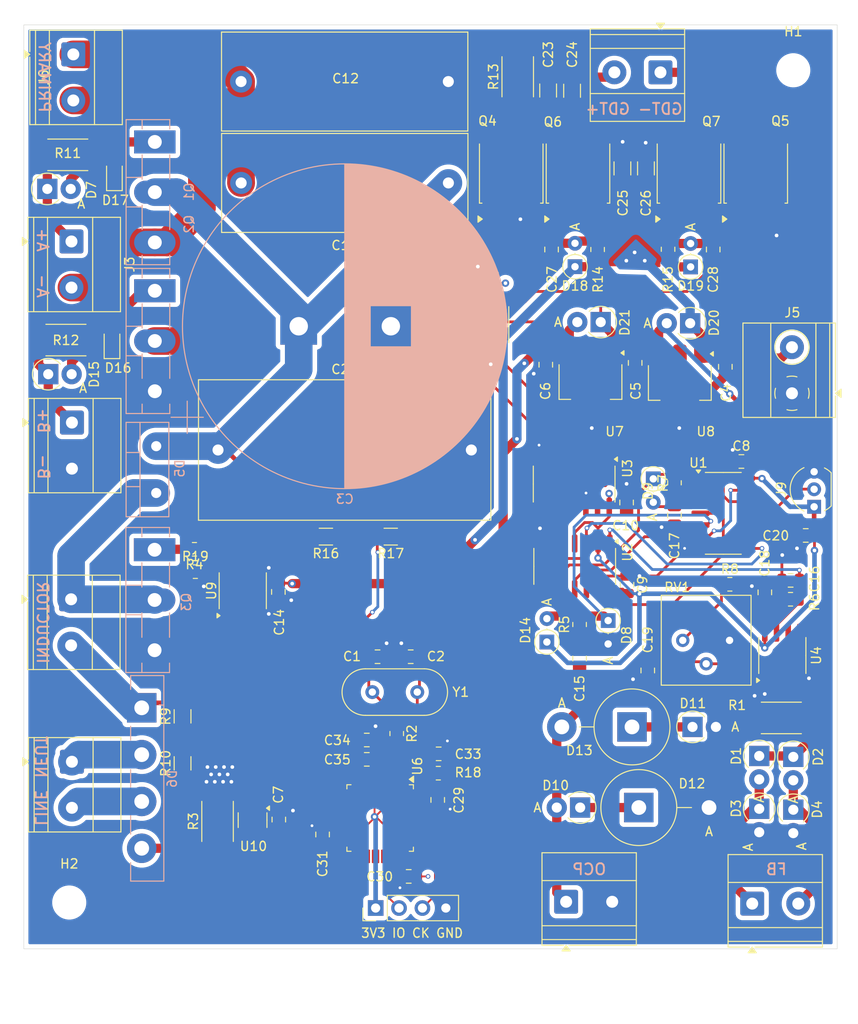
<source format=kicad_pcb>
(kicad_pcb (version 20241229) (generator "pcbnew") (generator_version "9.0")
  (layers (0 "F.Cu" signal) (2 "B.Cu" signal) (13 "F.Paste" user) (15 "B.Paste" user) (5 "F.SilkS" user "F.Silkscreen") (7 "B.SilkS" user "B.Silkscreen") (1 "F.Mask" user) (3 "B.Mask" user) (25 "Edge.Cuts" user))
  (net 0 "")
  (net 1 "GND")
  (net 2 "Net-(C1-Pad2)")
  (net 3 "/MCU and PFC/XIN")
  (net 4 "/MCU and PFC/RCTFR+")
  (net 5 "+PWR")
  (net 6 "+12V")
  (net 7 "+5V")
  (net 8 "+3.3V")
  (net 9 "/MCU and PFC/PFC_SWNODE")
  (net 10 "/MCU and PFC/MAINS_NEUT")
  (net 11 "/MCU and PFC/MAINS_LINE")
  (net 12 "/MCU and PFC/RCTFR-")
  (net 13 "Net-(D9-A)")
  (net 14 "/DRIVER+")
  (net 15 "/A+")
  (net 16 "/Power stage/PWR_MIDPT")
  (net 17 "Net-(D10-A)")
  (net 18 "/MCU and PFC/XOUT")
  (net 19 "Net-(D2-A)")
  (net 20 "Net-(D1-A)")
  (net 21 "/MCU and PFC/PFC_G")
  (net 22 "/Feedback controller/OCP_RECTV")
  (net 23 "Net-(R4-Pad1)")
  (net 24 "Net-(C15-Pad2)")
  (net 27 "/Feedback controller/OCP_TRIG")
  (net 28 "Net-(U5-INA)")
  (net 29 "Net-(U5-INB)")
  (net 30 "Net-(U4-BAL)")
  (net 31 "/B+")
  (net 32 "/A-")
  (net 50 "Net-(D14-A)")
  (net 52 "/DRIVER-")
  (net 60 "Net-(D10-K)")
  (net 61 "Net-(R8-Pad1)")
  (net 66 "Net-(D11-K)")
  (net 67 "/MCU and PFC/IL_GAINED")
  (net 68 "/Feedback controller/OCP_SETPOINT")
  (net 69 "/Feedback controller/INT_RAW")
  (net 70 "/Feedback controller/INT_SQUARED")
  (net 71 "/Feedback controller/nOCP")
  (net 72 "/Feedback controller/BOOTSTRAP_DRIVER+")
  (net 73 "/Feedback controller/UCC_OUTA")
  (net 74 "/Feedback controller/UCC_OUTB")
  (net 75 "/Feedback controller/BOOTSTRAP_DRIVER-")
  (net 76 "/Feedback controller/DRIVER+_PRECAP")
  (net 77 "/Power stage/PWR_G_HI")
  (net 78 "/Power stage/PWR_G_LO")
  (net 79 "Net-(D9-K)")
  (net 80 "Net-(U1-Pad12)")
  (net 81 "Net-(U1-Pad10)")
  (net 82 "Net-(U1-Pad1)")
  (net 84 "Net-(U2B-C)")
  (net 85 "Net-(U2B-~{R})")
  (net 86 "Net-(U2B-Q)")
  (net 87 "Net-(U6-NRST)")
  (net 88 "/MCU and PFC/SWCLK")
  (net 89 "/MCU and PFC/SWIO")
  (net 92 "/MCU and PFC/PFC_PWM")
  (net 93 "/MCU and PFC/VAC_SENSE")
  (net 94 "/MCU and PFC/VDC_SENSE")
  (footprint "Package_QFP:LQFP-48_7x7mm_P0.5mm" (layer "F.Cu") (at 140.55 124.83063 -90)
    (property "Reference" "U6")
    (property "Value" "STM32F103C8Tx")
  )
  (footprint "Capacitor_SMD:C_0805_2012Metric" (layer "F.Cu") (at 143.65 131.16813)
    (property "Reference" "C30")
    (property "Value" "0.1u")
  )
  (footprint "Resistor_SMD:R_0805_2012Metric" (layer "F.Cu") (at 178.5125 99.472182)
    (property "Reference" "R8")
    (property "Value" "1K")
  )
  (footprint "Package_SO:SOIC-14_3.9x8.7mm_P1.27mm" (layer "F.Cu") (at 161.61 88.597182 -90)
    (property "Reference" "U3")
    (property "Value" "74LS08")
  )
  (footprint "Capacitor_SMD:C_0805_2012Metric" (layer "F.Cu") (at 129.5 100.3 90)
    (property "Reference" "C14")
    (property "Value" "0.1u")
  )
  (footprint "Package_SO:SOIC-14_3.9x8.7mm_P1.27mm" (layer "F.Cu") (at 161.67 97.527599 -90)
    (property "Reference" "U2")
    (property "Value" "74LS74")
  )
  (footprint "MountingHole:MountingHole_3.2mm_M3" (layer "F.Cu") (at 106.8 134)
    (property "Reference" "H2")
    (property "Value" "MountingHole")
  )
  (footprint "Package_SO:SOIC-8_3.9x4.9mm_P1.27mm" (layer "F.Cu") (at 151.952918 71.299682 90)
    (property "Reference" "U5")
    (property "Value" "UCC27423")
  )
  (footprint "Capacitor_SMD:C_0805_2012Metric" (layer "F.Cu") (at 162.2 107.522182 90)
    (property "Reference" "C15")
    (property "Value" "0.1u")
  )
  (footprint "Capacitor_SMD:C_1206_3216Metric" (layer "F.Cu") (at 169.404168 54.347182 90)
    (property "Reference" "C26")
    (property "Value" "10u")
  )
  (footprint "Resistor_SMD:R_2512_6332Metric" (layer "F.Cu") (at 106.64 52.875)
    (property "Reference" "R11")
    (property "Value" "10R 1W")
  )
  (footprint "Capacitor_THT:C_Rect_L31.5mm_W15.0mm_P27.50mm_MKS4" (layer "F.Cu") (at 122.95 84.9)
    (property "Reference" "C22")
    (property "Value" "10u film")
  )
  (footprint "Capacitor_SMD:C_0805_2012Metric" (layer "F.Cu") (at 129.55 125 -90)
    (property "Reference" "C7")
    (property "Value" "0.1u")
  )
  (footprint "Capacitor_SMD:C_0805_2012Metric" (layer "F.Cu") (at 146.8 122.86813 90)
    (property "Reference" "C29")
    (property "Value" "0.1u")
  )
  (footprint "Capacitor_SMD:C_0805_2012Metric" (layer "F.Cu") (at 139.1 118.46813 180)
    (property "Reference" "C35")
    (property "Value" "1u")
  )
  (footprint "Package_SO:SOIC-8_3.9x4.9mm_P1.27mm" (layer "F.Cu") (at 184.210417 107.197182 90)
    (property "Reference" "U4")
    (property "Value" "LM311")
  )
  (footprint "Capacitor_SMD:C_0805_2012Metric" (layer "F.Cu") (at 134.3 126.61813 -90)
    (property "Reference" "C31")
    (property "Value" "0.1u")
  )
  (footprint "Capacitor_SMD:C_0805_2012Metric" (layer "F.Cu") (at 168.231668 75.447182 -90)
    (property "Reference" "C5")
    (property "Value" "10u")
  )
  (footprint "Capacitor_SMD:C_0805_2012Metric" (layer "F.Cu") (at 159.156668 63.147182 90)
    (property "Reference" "C27")
    (property "Value" "0.1u")
  )
  (footprint "Package_TO_SOT_SMD:TO-252-2" (layer "F.Cu") (at 181.324168 54.807182 90)
    (property "Reference" "Q5")
    (property "Value" "NMOS DPAK")
  )
  (footprint "TerminalBlock_Phoenix:TerminalBlock_Phoenix_MKDS-1,5-2_1x02_P5.00mm_Horizontal" (layer "F.Cu") (at 107.09 81.925 -90)
    (property "Reference" "J4" (hide yes))
    (property "Value" "GDT_SCDY_B")
  )
  (footprint "Package_TO_SOT_THT:TO-92_Inline_Wide" (layer "F.Cu") (at 187.66 91.712182 90)
    (property "Reference" "J9")
    (property "Value" "IF-D95T")
  )
  (footprint "TerminalBlock_Phoenix:TerminalBlock_Phoenix_MKDS-1,5-2_1x02_P5.00mm_Horizontal" (layer "F.Cu") (at 170.979168 43.924682 180)
    (property "Reference" "J2" (hide yes))
    (property "Value" "GDT_PRMY")
  )
  (footprint "Resistor_SMD:R_1206_3216Metric" (layer "F.Cu") (at 119.1 118.9 90)
    (property "Reference" "R10")
    (property "Value" "1K HV")
  )
  (footprint "Resistor_SMD:R_2512_6332Metric" (layer "F.Cu") (at 184.1 113.972182 180)
    (property "Reference" "R1")
    (property "Value" "10R 1W")
  )
  (footprint "Diode_THT:D_DO-41_SOD81_P2.54mm_Vertical_AnodeUp" (layer "F.Cu") (at 104.418234 56.575)
    (property "Reference" "D7")
    (property "Value" "1N5819")
  )
  (footprint "Capacitor_SMD:C_0805_2012Metric" (layer "F.Cu") (at 169.6 108.822182 90)
    (property "Reference" "C19")
    (property "Value" "0.1u")
  )
  (footprint "Capacitor_SMD:C_0805_2012Metric" (layer "F.Cu") (at 158.531668 75.647182 -90)
    (property "Reference" "C6")
    (property "Value" "10u")
  )
  (footprint "Package_TO_SOT_SMD:TO-252-2" (layer "F.Cu") (at 154.779168 54.807182 90)
    (property "Reference" "Q4")
    (property "Value" "NMOS DPAK")
  )
  (footprint "Connector_PinHeader_2.54mm:PinHeader_1x04_P2.54mm_Vertical" (layer "F.Cu") (at 140.06 134.6 90)
    (property "Reference" "J10" (hide yes))
    (property "Value" "SWD")
  )
  (footprint "TerminalBlock_Phoenix:TerminalBlock_Phoenix_MKDS-1,5-2_1x02_P5.00mm_Horizontal" (layer "F.Cu") (at 107.04 62.275 -90)
    (property "Reference" "J3")
    (property "Value" "GDT_SCDY_A")
  )
  (footprint "TerminalBlock_Phoenix:TerminalBlock_Phoenix_MKDS-1,5-2_1x02_P5.00mm_Horizontal" (layer "F.Cu") (at 180.94 134.119682)
    (property "Reference" "J8" (hide yes))
    (property "Value" "OCP")
  )
  (footprint "TerminalBlock_Phoenix:TerminalBlock_Phoenix_MKDS-1,5-2_1x02_P5.00mm_Horizontal" (layer "F.Cu") (at 107.0875 118.725 -90)
    (property "Reference" "J1" (hide yes))
    (property "Value" "AC_IN")
  )
  (footprint "Capacitor_THT:C_Rect_L26.5mm_W10.5mm_P22.50mm_MKS4" (layer "F.Cu") (at 147.959501 55.925 180)
    (property "Reference" "C11")
    (property "Value" "1u film")
  )
  (footprint "Resistor_SMD:R_1206_3216Metric" (layer "F.Cu") (at 134.6625 94.3 180)
    (property "Reference" "R16")
    (property "Value" "150K HV")
  )
  (footprint "Capacitor_SMD:C_0805_2012Metric" (layer "F.Cu") (at 146.9 117.86813)
    (property "Reference" "C33")
    (property "Value" "0.1u")
  )
  (footprint "Diode_THT:D_DO-41_SOD81_P2.54mm_Vertical_AnodeUp" (layer "F.Cu") (at 164.493434 71.022182 180)
    (property "Reference" "D21")
    (property "Value" "1N5819")
  )
  (footprint "Capacitor_SMD:C_1206_3216Metric" (layer "F.Cu") (at 161.384168 45.922182 90)
    (property "Reference" "C24")
    (property "Value" "10u")
  )
  (footprint "Package_SO:SOIC-14_3.9x8.7mm_P1.27mm" (layer "F.Cu") (at 177.8 91.772182)
    (property "Reference" "U1")
    (property "Value" "74LS14")
  )
  (footprint "Resistor_SMD:R_1206_3216Metric" (layer "F.Cu") (at 141.7 94.3 180)
    (property "Reference" "R17")
    (property "Value" "1K HV")
  )
  (footprint "Diode_SMD:D_SOD-323" (layer "F.Cu") (at 111.7 55.15 90)
    (property "Reference" "D17")
    (property "Value" "SD24C")
  )
  (footprint "Diode_THT:D_DO-35_SOD27_P2.54mm_Vertical_AnodeUp" (layer "F.Cu") (at 165.3 103.407868 -90)
    (property "Reference" "D8")
    (property "Value" "1N4148")
  )
  (footprint "Capacitor_SMD:C_1206_3216Metric" (layer "F.Cu") (at 158.784168 45.897182 90)
    (property "Reference" "C23")
    (property "Value" "10u")
  )
  (footprint "Resistor_SMD:R_0805_2012Metric" (layer "F.Cu") (at 172.5 88.458996 -90)
    (property "Reference" "R7")
    (property "Value" "20K")
  )
  (footprint "Resistor_SMD:R_0805_2012Metric" (layer "F.Cu") (at 120.39 95.675 180)
    (property "Reference" "R4")
    (property "Value" "2")
  )
  (footprint "Diode_THT:D_DO-35_SOD27_P2.54mm_Vertical_AnodeUp" (layer "F.Cu") (at 161.701668 65.012182 90)
    (property "Reference" "D18")
    (property "Value" "1N4148")
  )
  (footprint "Package_SO:SOIC-8_3.9x4.9mm_P1.27mm" (layer "F.Cu") (at 125.635 100.175 90)
    (property "Reference" "U9")
    (property "Value" "MCP1407")
  )
  (footprint "Resistor_SMD:R_0805_2012Metric" (layer "F.Cu") (at 120.4875 98.1)
    (property "Reference" "R19")
    (property "Value" "10K")
  )
  (footprint "Capacitor_SMD:C_0805_2012Metric" (layer "F.Cu") (at 182.310417 100.347182 -90)
    (property "Reference" "C18")
    (property "Value" "0.1u")
  )
  (footprint "Diode_THT:D_DO-41_SOD81_P2.54mm_Vertical_AnodeUp" (layer "F.Cu") (at 174.203434 71.147182 180)
    (property "Reference" "D20")
    (property "Value" "1N5819")
  )
  (footprint "Package_TO_SOT_SMD:SOT-23-5" (layer "F.Cu") (at 126.7 125.0625 -90)
    (property "Reference" "U10")
    (property "Value" "INA281A2")
  )
  (footprint "Diode_THT:D_DO-41_SOD81_P2.54mm_Vertical_AnodeUp" (layer "F.Cu") (at 181.7 123.832182 -90)
    (property "Reference" "D3")
    (property "Value" "1N5819")
  )
  (footprint "Diode_THT:D_DO-41_SOD81_P2.54mm_Vertical_AnodeUp" (layer "F.Cu") (at 181.7 118.1 -90)
    (property "Reference" "D1")
    (property "Value" "1N5819")
  )
  (footprint "Capacitor_SMD:C_0805_2012Metric" (layer "F.Cu") (at 152.627918 65.899682 90)
    (property "Reference" "C21")
    (property "Value" "1u")
  )
  (footprint "Potentiometer_THT:Potentiometer_Bourns_3386P_Vertical" (layer "F.Cu") (at 173.4 105.557182 -90)
    (property "Reference" "RV1")
    (property "Value" "10K")
  )
  (footprint "Capacitor_SMD:C_0805_2012Metric" (layer "F.Cu") (at 172.5 91.996496 -90)
    (property "Reference" "C17")
    (property "Value" "22n")
  )
  (footprint "TerminalBlock_Phoenix:TerminalBlock_Phoenix_MKDS-1,5-2_1x02_P5.00mm_Horizontal" (layer "F.Cu") (at 185.254168 78.747182 90)
    (property "Reference" "J5")
    (property "Value" "12V_IN")
  )
  (footprint "Capacitor_SMD:C_0805_2012Metric" (layer "F.Cu") (at 139.1 116.36813 180)
    (property "Reference" "C34")
    (property "Value" "10n")
  )
  (footprint "Capacitor_THT:C_Rect_L26.5mm_W10.5mm_P22.50mm_MKS4" (layer "F.Cu") (at 125.45 44.925)
    (property "Reference" "C12")
    (property "Value" "1u film")
  )
  (footprint "Resistor_SMD:R_0805_2012Metric" (layer "F.Cu") (at 142.35 115.66813 -90)
    (property "Reference" "R2")
    (property "Value" "0")
  )
  (footprint "Crystal:Crystal_HC49-4H_Vertical" (layer "F.Cu") (at 139.7 111.16813)
    (property "Reference" "Y1")
    (property "Value" "ATS080B-E")
  )
  (footprint "Capacitor_SMD:C_0805_2012Metric" (layer "F.Cu") (at 167.3025 90.597182 -90)
    (property "Reference" "C10")
    (property "Value" "0.1u")
  )
  (footprint "Capacitor_SMD:C_0805_2012Metric" (layer "F.Cu") (at 167.35 99.527599 -90)
    (property "Reference" "C9")
    (property "Value" "0.1u")
  )
  (footprint "Resistor_SMD:R_0805_2012Metric" (layer "F.Cu") (at 162.2 103.834682 90)
    (property "Reference" "R5")
    (property "Value" "1K")
  )
  (footprint "Diode_THT:D_5KPW_P7.62mm_Vertical_AnodeUp" (layer "F.Cu") (at 167.890417 114.947182 180)
    (property "Reference" "D13")
    (property "Value" "1N5337BG")
  )
  (footprint "Resistor_SMD:R_2512_6332Metric" (layer "F.Cu") (at 155.484168 44.404682 90)
    (property "Reference" "R13")
    (property "Value" "10R 1W")
  )
  (footprint "Package_TO_SOT_SMD:TO-252-2" (layer "F.Cu") (at 162.026668 54.807182 90)
    (property "Reference" "Q6")
    (property "Value" "PMOS DPAK")
  )
  (footprint "Capacitor_SMD:C_0805_2012Metric" (layer "F.Cu") (at 185.110417 99.047182 180)
    (property "Reference" "C16")
    (property "Value" "1n")
  )
  (footprint "Capacitor_SMD:C_0805_2012Metric" (layer "F.Cu") (at 186.75 94.172182 180)
    (property "Reference" "C20")
    (property "Value" "0.1u")
  )
  (footprint "Resistor_SMD:R_2512_6332Metric" (layer "F.Cu") (at 106.44 72.975)
    (property "Reference" "R12")
    (property "Value" "10R 1W")
  )
  (footprint "Resistor_SMD:R_0805_2012Metric" (layer "F.Cu") (at 171.804168 63.122182 -90)
    (property "Reference" "R15")
    (property "Value" "1K")
  )
  (footprint "Capacitor_SMD:C_0805_2012Metric" (layer "F.Cu") (at 140.2675 107.33063 180)
    (property "Reference" "C1")
    (property "Value" "27p")
  )
  (footprint "MountingHole:MountingHole_3.2mm_M3" (layer "F.Cu") (at 185.4 43.7)
    (property "Reference" "H1")
    (property "Value" "MountingHole")
  )
  (footprint "Package_TO_SOT_SMD:SOT-223-3_TabPin2" (layer "F.Cu") (at 163.381668 77.497182 -90)
    (property "Reference" "U7")
    (property "Value" "MCP1703Ax-330xxDB")
  )
  (footprint "Capacitor_SMD:C_0805_2012Metric" (layer "F.Cu") (at 179.766349 86.147182)
    (property "Reference" "C8")
    (property "Value" "0.1u")
  )
  (footprint "Capacitor_SMD:C_0805_2012Metric" (layer "F.Cu") (at 176.704168 63.147182 90)
    (property "Reference" "C28")
    (property "Value" "0.1u")
  )
  (footprint "Resistor_SMD:R_0805_2012Metric" (layer "F.Cu") (at 164.156668 63.147182 -90)
    (property "Reference" "R14")
    (property "Value" "1K")
  )
  (footprint "Capacitor_SMD:C_0805_2012Metric" (layer "F.Cu") (at 178.021668 75.872182 -90)
    (property "Reference" "C4")
    (property "Value" "10u")
  )
  (footprint "Diode_THT:D_DO-35_SOD27_P2.54mm_Vertical_AnodeUp" (layer "F.Cu") (at 174.251668 65.036497 90)
    (property "Reference" "D19")
    (property "Value" "1N4148")
  )
  (footprint "Diode_THT:D_DO-41_SOD81_P2.54mm_Vertical_AnodeUp" (layer "F.Cu") (at 185.4 118.2 -90)
    (property "Reference" "D2")
    (property "Value" "1N5819")
  )
  (footprint "TerminalBlock_Phoenix:TerminalBlock_Phoenix_MKDS-1,5-2_1x02_P5.00mm_Horizontal" (layer "F.Cu") (at 160.74 133.919682)
    (property "Reference" "J7" (hide yes))
    (property "Value" "PHASE_FB")
  )
  (footprint "Package_TO_SOT_SMD:TO-252-2" (layer "F.Cu") (at 174.076668 54.807182 90)
    (property "Reference" "Q7")
    (property "Value" "PMOS DPAK")
  )
  (footprint "Diode_THT:D_5KPW_P7.62mm_Vertical_AnodeUp" (layer "F.Cu") (at 168.63 123.697182)
    (property "Reference" "D12")
    (property "Value" "1N5337BG")
  )
  (footprint "Resistor_SMD:R_1206_3216Metric" (layer "F.Cu") (at 119.1 113.8 90)
    (property "Reference" "R9")
    (property "Value" "150K HV")
  )
  (footprint "Resistor_SMD:R_0805_2012Metric" (layer "F.Cu") (at 185.1 101.097182)
    (property "Reference" "R6")
    (property "Value" "1K")
  )
  (footprint "Diode_THT:D_DO-41_SOD81_P2.54mm_Vertical_AnodeUp" (layer "F.Cu") (at 162.262183 123.697182 180)
    (property "Reference" "D10")
    (property "Value" "1N5819")
  )
  (footprint "Diode_THT:D_DO-41_SOD81_P2.54mm_Vertical_AnodeUp" (layer "F.Cu") (at 185.4 123.932182 -90)
    (property "Reference" "D4")
    (property "Value" "1N5819")
  )
  (footprint "TerminalBlock_Phoenix:TerminalBlock_Phoenix_MKDS-1,5-2_1x02_P5.00mm_Horizontal" (layer "F.Cu") (at 107.24 41.975 -90)
    (property "Reference" "J6")
    (property "Value" "PRMY")
  )
  (footprint "Diode_THT:D_DO-35_SOD27_P2.54mm_Vertical_AnodeUp" (layer "F.Cu") (at 170.2 88.032182 -90)
    (property "Reference" "D9")
    (property "Value" "1N4148")
  )
  (footprint "Diode_SMD:D_SOD-323" (layer "F.Cu") (at 111.44 73.375 90)
    (property "Reference" "D16")
    (property "Value" "SD24C")
  )
  (footprint "Capacitor_SMD:C_0805_2012Metric" (layer "F.Cu") (at 143.8675 107.33063)
    (property "Reference" "C2")
    (property "Value" "27p")
  )
  (footprint "Resistor_SMD:R_2512_6332Metric" (layer "F.Cu") (at 122.9 125.2 90)
    (property "Reference" "R3")
    (property "Value" "4m")
  )
  (footprint "Resistor_SMD:R_0805_2012Metric" (layer "F.Cu") (at 146.8625 119.96813 180)
    (property "Reference" "R18")
    (property "Value" "10K")
  )
  (footprint "Package_TO_SOT_SMD:SOT-223-3_TabPin2" (layer "F.Cu") (at 173.081668 77.597182 -90)
    (property "Reference" "U8")
    (property "Value" "MCP1703Ax-500xxDB")
  )
  (footprint "Diode_THT:D_DO-41_SOD81_P2.54mm_Vertical_AnodeUp" (layer "F.Cu") (at 174.458651 114.947182)
    (property "Reference" "D11")
    (property "Value" "1N5819")
  )
  (footprint "TerminalBlock_Phoenix:TerminalBlock_Phoenix_MKDS-1,5-2_1x02_P5.00mm_Horizontal" (layer "F.Cu") (at 107 101.1 -90)
    (property "Reference" "L1" (hide yes))
    (property "Value" "330uH")
  )
  (footprint "Diode_THT:D_DO-41_SOD81_P2.54mm_Vertical_AnodeUp" (layer "F.Cu") (at 104.518234 76.675)
    (property "Reference" "D15")
    (property "Value" "1N5819")
  )
  (footprint "Capacitor_SMD:C_1206_3216Metric" (layer "F.Cu") (at 166.849168 54.347182 90)
    (property "Reference" "C25")
    (property "Value" "10u")
  )
  (footprint "Diode_THT:D_DO-35_SOD27_P2.54mm_Vertical_AnodeUp" (layer "F.Cu") (at 158.65 105.736497 90)
    (property "Reference" "D14")
    (property "Value" "1N4148")
  )
  (footprint "Capacitor_THT:CP_Radial_D35.0mm_P10.00mm_SnapIn" (layer "B.Cu") (at 131.709501 71.475)
    (property "Reference" "C3")
    (property "Value" "220u")
  )
  (footprint "Package_TO_SOT_THT:TO-3P-3_Vertical" (layer "B.Cu") (at 116.065 95.725 -90)
    (property "Reference" "Q3")
    (property "Value" "FGA60N65SMD")
  )
  (footprint "Diode_THT:Diode_Bridge_Vishay_GBU" (layer "B.Cu") (at 114.665 112.875 -90)
    (property "Reference" "D6")
    (property "Value" "GBU1506")
  )
  (footprint "Package_TO_SOT_THT:TO-220-2_Vertical" (layer "B.Cu") (at 116.24 84.485 -90)
    (property "Reference" "D5")
    (property "Value" "STPSC12065")
  )
  (footprint "Package_TO_SOT_THT:TO-3P-3_Vertical" (layer "B.Cu") (at 116.09 67.625 -90)
    (property "Reference" "Q2")
    (property "Value" "FGA60N65SMD")
  )
  (footprint "Package_TO_SOT_THT:TO-3P-3_Vertical" (layer "B.Cu") (at 116.09 51.475 -90)
    (property "Reference" "Q1")
    (property "Value" "FGA60N65SMD")
  )
  (gr_rect (start 101.865 38.775) (end 190.165 139.025) (stroke (width 0.05)) (fill no) (layer "Edge.Cuts"))
  (gr_text "3V3 IO CK GND" (at 138.4 137.9 0) (layer "F.SilkS") (effects (font (size 1 0.95) (thickness 0.15) (bold yes)) (justify left bottom)))
  (gr_text "OCP" (at 165.2 131.1 0) (layer "B.SilkS") (effects (font (size 1.2 1.2) (thickness 0.2) (bold yes)) (justify left bottom mirror)))
  (gr_text "GDT+" (at 167.8 48.6 0) (layer "B.SilkS") (effects (font (size 1.2 1.2) (thickness 0.2) (bold yes)) (justify left bottom mirror)))
  (gr_text "GDT-" (at 173.5 48.6 0) (layer "B.SilkS") (effects (font (size 1.2 1.2) (thickness 0.2) (bold yes)) (justify left bottom mirror)))
  (gr_text "B+" (at 103.3 83.2 270) (layer "B.SilkS") (effects (font (size 1.2 1.2) (thickness 0.2) (bold yes)) (justify left bottom mirror)))
  (gr_text "A+" (at 103.2 63.5 270) (layer "B.SilkS") (effects (font (size 1.2 1.2) (thickness 0.2) (bold yes)) (justify left bottom mirror)))
  (gr_text "A-" (at 103.2 68.5 270) (layer "B.SilkS") (effects (font (size 1.2 1.2) (thickness 0.2) (bold yes)) (justify left bottom mirror)))
  (gr_text "INDUCTOR" (at 103.2 108.2 270) (layer "B.SilkS") (effects (font (size 1.2 1.2) (thickness 0.2) (bold yes)) (justify left bottom mirror)))
  (gr_text "PRIMARY" (at 103.4 48.4 270) (layer "B.SilkS") (effects (font (size 1.2 1.2) (thickness 0.2) (bold yes)) (justify left bottom mirror)))
  (gr_text "B-" (at 103.3 88.2 270) (layer "B.SilkS") (effects (font (size 1.2 1.2) (thickness 0.2) (bold yes)) (justify left bottom mirror)))
  (gr_text "NEUT" (at 103 120.6 270) (layer "B.SilkS") (effects (font (size 1.2 1.2) (thickness 0.2) (bold yes)) (justify left bottom mirror)))
  (gr_text "LINE" (at 103 125.8 270) (layer "B.SilkS") (effects (font (size 1.2 1.2) (thickness 0.2) (bold yes)) (justify left bottom mirror)))
  (gr_text "FB" (at 184.8 131.1 0) (layer "B.SilkS") (effects (font (size 1.2 1.2) (thickness 0.2) (bold yes)) (justify left bottom mirror)))
  (segment (start 131.06 124.05) (end 131.085 124.025) (width 0.3) (layer "F.Cu") (net 1))
  (segment (start 143.1625 94.3) (end 143.1625 92.1875) (width 0.5) (layer "F.Cu") (net 1))
  (segment (start 126.7 123.925) (end 126.7 124.587499) (width 0.3) (layer "F.Cu") (net 1))
  (segment (start 174.496668 80.747182) (end 173.081668 80.747182) (width 1) (layer "F.Cu") (net 1))
  (segment (start 172.225686 92.946496) (end 172.5 92.946496) (width 0.3) (layer "F.Cu") (net 1))
  (segment (start 173.021668 82.522182) (end 173.021668 80.807182) (width 0.3) (layer "F.Cu") (net 1))
  (segment (start 181.1375 113.972182) (end 181.1375 111.634682) (width 0.3) (layer "F.Cu") (net 1))
  (segment (start 158.506668 76.622182) (end 158.531668 76.597182) (width 0.3) (layer "F.Cu") (net 1))
  (segment (start 173.081668 74.447182) (end 173.081668 80.747182) (width 1) (layer "F.Cu") (net 1))
  (segment (start 163.390001 98.577599) (end 167.35 98.577599) (width 0.3) (layer "F.Cu") (net 1))
  (segment (start 174.096668 80.747182) (end 173.081668 80.747182) (width 1) (layer "F.Cu") (net 1))
  (segment (start 130.9 101.2) (end 129.55 101.2) (width 0.3) (layer "F.Cu") (net 1))
  (segment (start 148.1 123.81813) (end 148.15 123.86813) (width 0.2) (layer "F.Cu") (net 1))
  (segment (start 127.54 102.65) (end 128.425 102.65) (width 0.3) (layer "F.Cu") (net 1))
  (segment (start 162.94 99.0276) (end 163.390001 98.577599) (width 0.3) (layer "F.Cu") (net 1))
  (segment (start 152.587918 75.564682) (end 152.552918 75.599682) (width 0.3) (layer "F.Cu") (net 1))
  (segment (start 183.810417 99.397182) (end 182.310417 99.397182) (width 0.3) (layer "F.Cu") (net 1))
  (segment (start 135.616176 127.08063) (end 134.3 125.764454) (width 0.2) (layer "F.Cu") (net 1))
  (segment (start 186.115417 109.672182) (end 187.1 109.672182) (width 0.3) (layer "F.Cu") (net 1))
  (segment (start 141.709501 71.475) (end 141.709501 76.159501) (width 3) (layer "F.Cu") (net 1))
  (segment (start 111.44 74.425) (end 115.54 78.525) (width 0.3) (layer "F.Cu") (net 1))
  (segment (start 147.85 117.86813) (end 147.85 116.46813) (width 0.2) (layer "F.Cu") (net 1))
  (segment (start 173.61 95.582182) (end 173.6 95.572182) (width 0.3) (layer "F.Cu") (net 1))
  (segment (start 181.1375 111.634682) (end 181.2 111.572182) (width 0.3) (layer "F.Cu") (net 1))
  (segment (start 167.3025 89.647182) (end 167.3025 88.574682) (width 0.3) (layer "F.Cu") (net 1))
  (segment (start 162.581668 80.647182) (end 163.381668 80.647182) (width 1) (layer "F.Cu") (net 1))
  (segment (start 183.584168 59.867182) (end 183.604168 59.847182) (width 0.3) (layer "F.Cu") (net 1))
  (segment (start 183.584168 61.624682) (end 183.584168 59.867182) (width 0.3) (layer "F.Cu") (net 1))
  (segment (start 163.381668 80.647182) (end 166.716668 80.647182) (width 1) (layer "F.Cu") (net 1))
  (segment (start 142.8 131.06813) (end 142.7 131.16813) (width 0.2) (layer "F.Cu") (net 1))
  (segment (start 182.310417 99.397182) (end 181.175 99.397182) (width 0.3) (layer "F.Cu") (net 1))
  (segment (start 173.021668 80.807182) (end 173.081668 80.747182) (width 0.3) (layer "F.Cu") (net 1))
  (segment (start 178.021668 76.822182) (end 183.329168 76.822182) (width 1) (layer "F.Cu") (net 1))
  (segment (start 166.716668 80.647182) (end 168.231668 79.132182) (width 1) (layer "F.Cu") (net 1))
  (segment (start 166.874168 52.847182) (end 166.849168 52.872182) (width 0.3) (layer "F.Cu") (net 1))
  (segment (start 142.7 131.16813) (end 142.7 132.4) (width 0.2) (layer "F.Cu") (net 1))
  (segment (start 144.7125 122.58063) (end 145.5625 122.58063) (width 0.2) (layer "F.Cu") (net 1))
  (segment (start 127.54 97.7) (end 128.445 97.7) (width 0.3) (layer "F.Cu") (net 1))
  (segment (start 141.709501 51.165499) (end 141.709501 71.475) (width 3) (layer "F.Cu") (net 1))
  (segment (start 127.051001 124.9385) (end 128.6615 124.9385) (width 0.3) (layer "F.Cu") (net 1))
  (segment (start 157.221668 76.622182) (end 158.506668 76.622182) (width 0.3) (layer "F.Cu") (net 1))
  (segment (start 147.95 44.925) (end 141.709501 51.165499) (width 3) (layer "F.Cu") (net 1))
  (segment (start 129.55 101.2) (end 129.5 101.25) (width 0.3) (layer "F.Cu") (net 1))
  (segment (start 122.9 122.2375) (end 122.9 123.44) (width 0.3) (layer "F.Cu") (net 1))
  (segment (start 181.175 99.397182) (end 180.9 99.672182) (width 0.3) (layer "F.Cu") (net 1))
  (segment (start 139.8 118.71813) (end 140.05 118.46813) (width 0.2) (layer "F.Cu") (net 1))
  (segment (start 162.88 91.072182) (end 164.15 91.072182) (width 0.3) (layer "F.Cu") (net 1))
  (segment (start 141.709501 76.159501) (end 150.45 84.9) (width 3) (layer "F.Cu") (net 1))
  (segment (start 151.152918 64.999682) (end 152.577918 64.999682) (width 0.3) (layer "F.Cu") (net 1))
  (segment (start 122.9 123.44) (end 123.385 123.925) (width 0.3) (layer "F.Cu") (net 1))
  (segment (start 146.8 123.81813) (end 148.1 123.81813) (width 0.2) (layer "F.Cu") (net 1))
  (segment (start 128.6615 124.9385) (end 129.55 124.05) (width 0.3) (layer "F.Cu") (net 1))
  (segment (start 169.374168 51.562182) (end 169.374168 52.842182) (width 0.3) (layer "F.Cu") (net 1))
  (segment (start 163.381668 74.347182) (end 163.381668 80.647182) (width 1) (layer "F.Cu") (net 1))
  (segment (start 134.3 125.764454) (end 134.3 125.66813) (width 0.2) (layer "F.Cu") (net 1))
  (segment (start 142.8 128.99313) (end 142.8 131.06813) (width 0.2) (layer "F.Cu") (net 1))
  (segment (start 140.05 116.36813) (end 140.05 114.86813) (width 0.5) (layer "F.Cu") (net 1))
  (segment (start 169.374168 52.842182) (end 169.404168 52.872182) (width 0.3) (layer "F.Cu") (net 1))
  (segment (start 121.4 98.1) (end 121.4 99.7) (width 0.3) (layer "F.Cu") (net 1))
  (segment (start 144.7125 124.08063) (end 146.5375 124.08063) (width 0.2) (layer "F.Cu") (net 1))
  (segment (start 163.521668 80.787182) (end 163.381668 80.647182) (width 0.3) (layer "F.Cu") (net 1))
  (segment (start 145.5625 122.58063) (end 146.8 123.81813) (width 0.2) (layer "F.Cu") (net 1))
  (segment (start 157.8 86.122182) (end 157.8 84.372182) (width 0.3) (layer "F.Cu") (net 1))
  (segment (start 142.9175 107.33063) (end 142.9175 105.93563) (width 0.3) (layer "F.Cu") (net 1))
  (segment (start 166.849168 52.872182) (end 169.404168 52.872182) (width 1) (layer "F.Cu") (net 1))
  (segment (start 152.587918 73.774682) (end 152.587918 75.564682) (width 0.3) (layer "F.Cu") (net 1))
  (segment (start 129.55 124.05) (end 131.06 124.05) (width 0.3) (layer "F.Cu") (net 1))
  (segment (start 182.305417 109.672182) (end 182.305417 111.366765) (width 0.3) (layer "F.Cu") (net 1))
  (segment (start 158.531668 76.597182) (end 162.581668 80.647182) (width 1) (layer "F.Cu") (net 1))
  (segment (start 162.88 91.072182) (end 162.88 89.592182) (width 0.3) (layer "F.Cu") (net 1))
  (segment (start 125.75 123.925) (end 126.7 123.925) (width 0.3) (layer "F.Cu") (net 1))
  (segment (start 141.2175 105.90063) (end 141.25 105.86813) (width 0.3) (layer "F.Cu") (net 1))
  (segment (start 178.021668 76.822182) (end 174.096668 80.747182) (width 1) (layer "F.Cu") (net 1))
  (segment (start 182.305417 111.366765) (end 182.3 111.372182) (width 0.3) (layer "F.Cu") (net 1))
  (segment (start 185.8 94.172182) (end 185.8 95.572182) (width 0.3) (layer "F.Cu") (net 1))
  (segment (start 167.35 98.577599) (end 168.694583 98.577599) (width 0.3) (layer "F.Cu") (net 1))
  (segment (start 157.059168 59.847182) (end 155.789168 59.847182) (width 0.3) (layer "F.Cu") (net 1))
  (segment (start 162.88 89.592182) (end 162.9 89.572182) (width 0.3) (layer "F.Cu") (net 1))
  (segment (start 184.160417 96.339583) (end 184.2 96.3) (width 0.3) (layer "F.Cu") (net 1))
  (segment (start 142.9175 105.93563) (end 142.85 105.86813) (width 0.3) (layer "F.Cu") (net 1))
  (segment (start 178.816349 84.888531) (end 178.816349 86.147182) (width 0.3) (layer "F.Cu") (net 1))
  (segment (start 162.94 100.002599) (end 162.94 99.0276) (width 0.3) (layer "F.Cu") (net 1))
  (segment (start 168.694583 98.577599) (end 168.7 98.572182) (width 0.3) (layer "F.Cu") (net 1))
  (segment (start 123.385 123.925) (end 125.75 123.925) (width 0.3) (layer "F.Cu") (net 1))
  (segment (start 171.1 93.272182) (end 172.174314 93.272182) (width 0.3) (layer "F.Cu") (net 1))
  (segment (start 136.3875 127.08063) (end 135.616176 127.08063) (width 0.2) (layer "F.Cu") (net 1))
  (segment (start 163.521668 82.522182) (end 163.521668 80.787182) (width 0.3) (layer "F.Cu") (net 1))
  (segment (start 184.160417 99.047182) (end 184.160417 96.339583) (width 0.3) (layer "F.Cu") (net 1))
  (segment (start 175.325 95.582182) (end 173.61 95.582182) (width 0.3) (layer "F.Cu") (net 1))
  (segment (start 155.789168 59.847182) (end 155.774168 59.862182) (width 0.3) (layer "F.Cu") (net 1))
  (segment (start 143.1625 92.1875) (end 150.45 84.9) (width 0.5) (layer "F.Cu") (net 1))
  (segment (start 146.5375 124.08063) (end 146.8 123.81813) (width 0.2) (layer "F.Cu") (net 1))
  (segment (start 139.8 120.66813) (end 139.8 118.71813) (width 0.2) (layer "F.Cu") (net 1))
  (segment (start 168.231668 79.132182) (end 168.231668 76.397182) (width 1) (layer "F.Cu") (net 1))
  (segment (start 169.846668 80.747182) (end 168.231668 79.132182) (width 1) (layer "F.Cu") (net 1))
  (segment (start 134.3 125.66813) (end 133.15 125.66813) (width 0.2) (layer "F.Cu") (net 1))
  (segment (start 170.6 98.572182) (end 173.6 95.572182) (width 0.3) (layer "F.Cu") (net 1))
  (segment (start 126.7 124.587499) (end 127.051001 124.9385) (width 0.3) (layer "F.Cu") (net 1))
  (segment (start 169.6 109.772182) (end 168 109.772182) (width 0.3) (layer "F.Cu") (net 1))
  (segment (start 157.86 95.052599) (end 157.86 93.44) (width 0.3) (layer "F.Cu") (net 1))
  (segment (start 172.174314 93.272182) (end 172.5 92.946496) (width 0.3) (layer "F.Cu") (net 1))
  (segment (start 157.86 93.44) (end 157.9 93.4) (width 0.3) (layer "F.Cu") (net 1))
  (segment (start 166.874168 51.462182) (end 166.874168 52.847182) (width 0.3) (layer "F.Cu") (net 1))
  (segment (start 167.3025 88.574682) (end 167.3 88.572182) (width 0.3) (layer "F.Cu") (net 1))
  (segment (start 140.05 116.36813) (end 140.05 118.46813) (width 0.5) (layer "F.Cu") (net 1))
  (segment (start 141.2175 107.33063) (end 141.2175 105.90063) (width 0.3) (layer "F.Cu") (net 1))
  (segment (start 184.160417 99.047182) (end 183.810417 99.397182) (width 0.3) (layer "F.Cu") (net 1))
  (segment (start 115.54 78.525) (end 116.09 78.525) (width 0.3) (layer "F.Cu") (net 1))
  (segment (start 183.329168 76.822182) (end 185.254168 78.747182) (width 1) (layer "F.Cu") (net 1))
  (segment (start 168.7 98.572182) (end 170.6 98.572182) (width 0.3) (layer "F.Cu") (net 1))
  (segment (start 173.081668 80.747182) (end 169.846668 80.747182) (width 1) (layer "F.Cu") (net 1))
  (via (at 187.1 109.672182) (size 0.8) (drill 0.4) (layers "F.Cu" "B.Cu") (net 1))
  (via (at 185.8 95.572182) (size 0.8) (drill 0.4) (layers "F.Cu" "B.Cu") (net 1))
  (via (at 121.7 120.9) (size 0.8) (drill 0.4) (layers "F.Cu" "B.Cu") (net 1))
  (via (at 128.46 102.685) (size 0.8) (drill 0.4) (layers "F.Cu" "B.Cu") (net 1))
  (via (at 163.521668 82.522182) (size 0.8) (drill 0.4) (layers "F.Cu" "B.Cu") (net 1))
  (via (at 141.25 105.86813) (size 0.8) (drill 0.4) (layers "F.Cu" "B.Cu") (net 1))
  (via (at 155.774168 59.862182) (size 0.8) (drill 0.4) (layers "F.Cu" "B.Cu") (net 1))
  (via (at 123.5 120.9) (size 0.8) (drill 0.4) (layers "F.Cu" "B.Cu") (net 1))
  (via (at 157.9 93.4) (size 0.8) (drill 0.4) (layers "F.Cu" "B.Cu") (net 1))
  (via (at 184.2 96.3) (size 0.8) (drill 0.4) (layers "F.Cu" "B.Cu") (net 1))
  (via (at 121.4 99.7) (size 0.8) (drill 0.4) (layers "F.Cu" "B.Cu") (net 1))
  (via (at 122.2 120.1) (size 0.8) (drill 0.4) (layers "F.Cu" "B.Cu") (net 1))
  (via (at 122.7 119.3) (size 0.8) (drill 0.4) (layers "F.Cu" "B.Cu") (net 1))
  (via (at 148.15 123.86813) (size 0.5) (drill 0.3) (layers "F.Cu" "B.Cu") (net 1))
  (via (at 124.5 119.3) (size 0.8) (drill 0.4) (layers "F.Cu" "B.Cu") (net 1))
  (via (at 133.15 125.66813) (size 0.5) (drill 0.3) (layers "F.Cu" "B.Cu") (net 1))
  (via (at 140.05 114.86813) (size 0.8) (drill 0.4) (layers "F.Cu" "B.Cu") (net 1))
  (via (at 128.46 97.685) (size 0.8) (drill 0.4) (layers "F.Cu" "B.Cu") (net 1))
  (via (at 182.3 111.372182) (size 0.8) (drill 0.4) (layers "F.Cu" "B.Cu") (net 1))
  (via (at 169.374168 51.562182) (size 0.8) (drill 0.4) (layers "F.Cu" "B.Cu") (net 1))
  (via (at 173.6 95.572182) (size 0.5) (drill 0.3) (layers "F.Cu" "B.Cu") (net 1))
  (via (at 142.7 132.4) (size 0.5) (drill 0.3) (layers "F.Cu" "B.Cu") (net 1))
  (via (at 123.1 120.1) (size 0.8) (drill 0.4) (layers "F.Cu" "B.Cu") (net 1))
  (via (at 147.85 116.46813) (size 0.5) (drill 0.3) (layers "F.Cu" "B.Cu") (net 1))
  (via (at 157.221668 76.622182) (size 0.8) (drill 0.4) (layers "F.Cu" "B.Cu") (net 1))
  (via (at 173.021668 82.522182) (size 0.8) (drill 0.4) (layers "F.Cu" "B.Cu") (net 1))
  (via (at 168.7 98.572182) (size 0.8) (drill 0.4) (layers "F.Cu" "B.Cu") (net 1))
  (via (at 152.552918 75.599682) (size 0.8) (drill 0.4) (layers "F.Cu" "B.Cu") (net 1))
  (via (at 124.4 120.9) (size 0.8) (drill 0.4) (layers "F.Cu" "B.Cu") (net 1))
  (via (at 142.85 105.86813) (size 0.8) (drill 0.4) (layers "F.Cu" "B.Cu") (net 1))
  (via (at 168 109.772182) (size 0.8) (drill 0.4) (layers "F.Cu" "B.Cu") (net 1))
  (via (at 180.9 99.672182) (size 0.8) (drill 0.4) (layers "F.Cu" "B.Cu") (net 1))
  (via (at 124 120.1) (size 0.8) (drill 0.4) (layers "F.Cu" "B.Cu") (net 1))
  (via (at 157.8 84.372182) (size 0.5) (drill 0.3) (layers "F.Cu" "B.Cu") (net 1))
  (via (at 121.8 119.3) (size 0.8) (drill 0.4) (layers "F.Cu" "B.Cu") (net 1))
  (via (at 123.6 119.3) (size 0.8) (drill 0.4) (layers "F.Cu" "B.Cu") (net 1))
  (via (at 183.584168 61.624682) (size 0.8) (drill 0.4) (layers "F.Cu" "B.Cu") (net 1))
  (via (at 162.9 89.572182) (size 0.5) (drill 0.3) (layers "F.Cu" "B.Cu") (net 1))
  (via (at 166.874168 51.462182) (size 0.8) (drill 0.4) (layers "F.Cu" "B.Cu") (net 1))
  (via (at 167.3 88.572182) (size 0.8) (drill 0.4) (layers "F.Cu" "B.Cu") (net 1))
  (via (at 178.816349 84.888531) (size 0.8) (drill 0.4) (layers "F.Cu" "B.Cu") (net 1))
  (via (at 131.085 124.025) (size 0.8) (drill 0.4) (layers "F.Cu" "B.Cu") (net 1))
  (via (at 122.6 120.9) (size 0.8) (drill 0.4) (layers "F.Cu" "B.Cu") (net 1))
  (via (at 181.2 111.572182) (size 0.8) (drill 0.4) (layers "F.Cu" "B.Cu") (net 1))
  (via (at 130.9 101.2) (size 0.8) (drill 0.4) (layers "F.Cu" "B.Cu") (net 1))
  (via (at 171.1 93.272182) (size 0.8) (drill 0.4) (layers "F.Cu" "B.Cu") (net 1))
  (via (at 151.152918 64.999682) (size 0.8) (drill 0.4) (layers "F.Cu" "B.Cu") (net 1))
  (segment (start 139.3175 107.33063) (end 139.3175 110.78563) (width 0.3) (layer "F.Cu") (net 2))
  (segment (start 139.3175 110.78563) (end 139.7 111.16813) (width 0.3) (layer "F.Cu") (net 2))
  (segment (start 142.35 113.81813) (end 139.7 111.16813) (width 0.3) (layer "F.Cu") (net 2))
  (segment (start 142.35 114.75563) (end 142.35 113.81813) (width 0.3) (layer "F.Cu") (net 2))
  (segment (start 141.3 120.66813) (end 141.3 119.81813) (width 0.3) (layer "F.Cu") (net 3))
  (segment (start 141.3 119.81813) (end 144.58 116.53813) (width 0.3) (layer "F.Cu") (net 3))
  (segment (start 144.8175 107.33063) (end 144.8175 110.93063) (width 0.3) (layer "F.Cu") (net 3))
  (segment (start 144.58 116.53813) (end 144.58 111.16813) (width 0.3) (layer "F.Cu") (net 3))
  (segment (start 144.8175 110.93063) (end 144.58 111.16813) (width 0.3) (layer "F.Cu") (net 3))
  (segment (start 115.2025 112.3375) (end 114.665 112.875) (width 0.5) (layer "F.Cu") (net 4))
  (segment (start 119.1 112.3375) (end 115.2025 112.3375) (width 0.5) (layer "F.Cu") (net 4))
  (segment (start 114.665 112.875) (end 113.775 112.875) (width 3) (layer "B.Cu") (net 4))
  (segment (start 113.775 112.875) (end 107 106.1) (width 3) (layer "B.Cu") (net 4))
  (segment (start 123.8 84.9) (end 122.95 84.9) (width 0.5) (layer "F.Cu") (net 5))
  (segment (start 133.2 94.3) (end 123.8 84.9) (width 0.5) (layer "F.Cu") (net 5))
  (segment (start 131.709501 76.140499) (end 122.95 84.9) (width 3) (layer "B.Cu") (net 5))
  (segment (start 131.709501 70.209501) (end 131.709501 71.475) (width 3) (layer "B.Cu") (net 5))
  (segment (start 132.409501 71.475) (end 131.709501 71.475) (width 3) (layer "B.Cu") (net 5))
  (segment (start 147.959501 55.925) (end 132.409501 71.475) (width 3) (layer "B.Cu") (net 5))
  (segment (start 122.95 84.9) (end 122.535 84.485) (width 3) (layer "B.Cu") (net 5))
  (segment (start 116.09 56.925) (end 118.425 56.925) (width 3) (layer "B.Cu") (net 5))
  (segment (start 118.425 56.925) (end 131.709501 70.209501) (width 3) (layer "B.Cu") (net 5))
  (segment (start 131.709501 71.475) (end 131.709501 76.140499) (width 3) (layer "B.Cu") (net 5))
  (segment (start 122.535 84.485) (end 116.24 84.485) (width 3) (layer "B.Cu") (net 5))
  (segment (start 128.65 100.2) (end 123.73 100.2) (width 0.3) (layer "F.Cu") (net 6))
  (segment (start 123.73 100.2) (end 123.73 102.65) (width 0.3) (layer "F.Cu") (net 6))
  (segment (start 168.274168 55.822182) (end 169.404168 55.822182) (width 1) (layer "F.Cu") (net 6))
  (segment (start 171.104168 64.034682) (end 171.804168 64.034682) (width 1) (layer "F.Cu") (net 6))
  (segment (start 129.5 99.35) (end 130.95 99.35) (width 0.3) (layer "F.Cu") (net 6))
  (segment (start 129.5 99.35) (end 128.65 100.2) (width 0.3) (layer "F.Cu") (net 6))
  (segment (start 168.274168 61.204682) (end 171.104168 64.034682) (width 1) (layer "F.Cu") (net 6))
  (segment (start 184.079168 74.922182) (end 185.254168 73.747182) (width 1) (layer "F.Cu") (net 6))
  (segment (start 150.85 94.65) (end 146.1 99.4) (width 1) (layer "F.Cu") (net 6))
  (segment (start 166.849168 55.822182) (end 168.274168 55.822182) (width 1) (layer "F.Cu") (net 6))
  (segment (start 174.203434 71.147182) (end 175.381668 72.325416) (width 1) (layer "F.Cu") (net 6))
  (segment (start 171.801668 55.822182) (end 174.076668 53.547182) (width 1) (layer "F.Cu") (net 6))
  (segment (start 161.701668 65.012182) (end 163.204168 65.012182) (width 1) (layer "F.Cu") (net 6))
  (segment (start 169.404168 55.822182) (end 171.801668 55.822182) (width 1) (layer "F.Cu") (net 6))
  (segment (start 168.274168 61.204682) (end 165.419168 64.059682) (width 1) (layer "F.Cu") (net 6))
  (segment (start 172.805983 65.036497) (end 171.804168 64.034682) (width 1) (layer "F.Cu") (net 6))
  (segment (start 146.1 99.4) (end 131 99.4) (width 1) (layer "F.Cu") (net 6))
  (segment (start 178.021668 74.922182) (end 175.856668 74.922182) (width 1) (layer "F.Cu") (net 6))
  (segment (start 165.419168 64.059682) (end 164.156668 64.059682) (width 1) (layer "F.Cu") (net 6))
  (segment (start 168.274168 55.822182) (end 168.274168 61.204682) (width 1) (layer "F.Cu") (net 6))
  (segment (start 164.301668 55.822182) (end 166.849168 55.822182) (width 1) (layer "F.Cu") (net 6))
  (segment (start 175.381668 72.325416) (end 175.381668 74.447182) (width 1) (layer "F.Cu") (net 6))
  (segment (start 174.251668 65.036497) (end 172.805983 65.036497) (width 1) (layer "F.Cu") (net 6))
  (segment (start 175.856668 74.922182) (end 175.381668 74.447182) (width 1) (layer "F.Cu") (net 6))
  (segment (start 163.204168 65.012182) (end 164.156668 64.059682) (width 1) (layer "F.Cu") (net 6))
  (segment (start 123.73 99.985) (end 123.73 100.2) (width 0.3) (layer "F.Cu") (net 6))
  (segment (start 162.026668 53.547182) (end 164.301668 55.822182) (width 1) (layer "F.Cu") (net 6))
  (segment (start 178.021668 74.922182) (end 184.079168 74.922182) (width 1) (layer "F.Cu") (net 6))
  (segment (start 123.73 97.7) (end 123.73 99.985) (width 0.3) (layer "F.Cu") (net 6))
  (via (at 150.85 94.65) (size 0.8) (drill 0.4) (layers "F.Cu" "B.Cu") (net 6))
  (via (at 168.174168 63.462182) (size 0.8) (drill 0.4) (layers "F.Cu" "B.Cu") (net 6))
  (via (at 167.274168 64.362182) (size 0.8) (drill 0.4) (layers "F.Cu" "B.Cu") (net 6))
  (via (at 169.274168 64.362182) (size 0.8) (drill 0.4) (layers "F.Cu" "B.Cu") (net 6))
  (via (at 131 99.4) (size 0.8) (drill 0.4) (layers "F.Cu" "B.Cu") (net 6))
  (segment (start 174.203434 69.291448) (end 169.274168 64.362182) (width 1) (layer "B.Cu") (net 6))
  (segment (start 174.203434 71.147182) (end 174.203434 69.291448) (width 1) (layer "B.Cu") (net 6))
  (segment (start 153.9 72.81385) (end 161.701668 65.012182) (width 1) (layer "B.Cu") (net 6))
  (segment (start 150.85 94.65) (end 153.9 91.6) (width 1) (layer "B.Cu") (net 6))
  (segment (start 153.9 91.6) (end 153.9 72.81385) (width 1) (layer "B.Cu") (net 6))
  (segment (start 180.275 87.962182) (end 181.962182 87.962182) (width 0.3) (layer "F.Cu") (net 7))
  (segment (start 165.831668 74.497182) (end 165.681668 74.347182) (width 1) (layer "F.Cu") (net 7))
  (segment (start 164.2 95.042599) (end 164.2 93.372182) (width 0.3) (layer "F.Cu") (net 7))
  (segment (start 165.42 91.072182) (end 166.8275 91.072182) (width 0.3) (layer "F.Cu") (net 7))
  (segment (start 150.452918 70.399682) (end 150.047918 69.994682) (width 0.3) (layer "F.Cu") (net 7))
  (segment (start 150.047918 69.994682) (end 150.047918 68.824682) (width 0.3) (layer "F.Cu") (net 7))
  (segment (start 182.305417 104.722182) (end 182.305417 106.366765) (width 0.3) (layer "F.Cu") (net 7))
  (segment (start 164.493434 69.293434) (end 164.493434 71.022182) (width 0.3) (layer "F.Cu") (net 7))
  (segment (start 170.781668 72.028948) (end 170.781668 74.447182) (width 1) (layer "F.Cu") (net 7))
  (segment (start 165.42 89.642182) (end 165.4 89.622182) (width 0.3) (layer "F.Cu") (net 7))
  (segment (start 164 68.8) (end 164.493434 69.293434) (width 0.3) (layer "F.Cu") (net 7))
  (segment (start 182.310417 101.297182) (end 182.310417 104.717182) (width 0.3) (layer "F.Cu") (net 7))
  (segment (start 187.66 94.132182) (end 187.7 94.172182) (width 0.3) (layer "F.Cu") (net 7))
  (segment (start 152.152918 70.399682) (end 150.452918 70.399682) (width 0.3) (layer "F.Cu") (net 7))
  (segment (start 187.7 95.8) (end 187.7 94.172182) (width 0.3) (layer "F.Cu") (net 7))
  (segment (start 163.6 92.772182) (end 164.2 93.372182) (width 0.3) (layer "F.Cu") (net 7))
  (segment (start 162.750058 92.772182) (end 163.6 92.772182) (width 0.3) (layer "F.Cu") (net 7))
  (segment (start 166.875 100.002599) (end 167.35 100.477599) (width 0.3) (layer "F.Cu") (net 7))
  (segment (start 152.627918 66.849682) (end 154.102918 66.849682) (width 0.3) (layer "F.Cu") (net 7))
  (segment (start 158.2 71) (end 160.4 68.8) (width 0.3) (layer "F.Cu") (net 7))
  (segment (start 165.48 100.002599) (end 166.875 100.002599) (width 0.3) (layer "F.Cu") (net 7))
  (segment (start 168.281668 74.447182) (end 168.231668 74.497182) (width 1) (layer "F.Cu") (net 7))
  (segment (start 160.4 68.8) (end 164 68.8) (width 0.3) (layer "F.Cu") (net 7))
  (segment (start 152.1763 70.3763) (end 152.8 71) (width 0.3) (layer "F.Cu") (net 7))
  (segment (start 181.962182 87.962182) (end 182 88) (width 0.3) (layer "F.Cu") (net 7))
  (segment (start 152.587918 66.889682) (end 152.627918 66.849682) (width 0.3) (layer "F.Cu") (net 7))
  (segment (start 171.663434 71.147182) (end 170.781668 72.028948) (width 1) (layer "F.Cu") (net 7))
  (segment (start 150.452918 70.399682) (end 150.047918 70.804682) (width 0.3) (layer "F.Cu") (net 7))
  (segment (start 182.310417 104.717182) (end 182.305417 104.722182) (width 0.3) (layer "F.Cu") (net 7))
  (segment (start 152.1763 70.3763) (end 152.152918 70.399682) (width 0.3) (layer "F.Cu") (net 7))
  (segment (start 161.67 93.85224) (end 162.750058 92.772182) (width 0.3) (layer "F.Cu") (net 7))
  (segment (start 164.21 95.052599) (end 164.21 96.612182) (width 0.3) (layer "F.Cu") (net 7))
  (segment (start 180.275 87.962182) (end 180.275 86.588531) (width 0.3) (layer "F.Cu") (net 7))
  (segment (start 152.587918 69.964682) (end 152.1763 70.3763) (width 0.3) (layer "F.Cu") (net 7))
  (segment (start 164.2 93.372182) (end 165.42 92.152182) (width 0.3) (layer "F.Cu") (net 7))
  (segment (start 167.35 100.477599) (end 168.677599 100.477599) (width 0.3) (layer "F.Cu") (net 7))
  (segment (start 152.587918 68.824682) (end 152.587918 69.964682) (width 0.3) (layer "F.Cu") (net 7))
  (segment (start 180.716349 81.016349) (end 180.716349 86.147182) (width 0.5) (layer "F.Cu") (net 7))
  (segment (start 164.493434 71.022182) (end 165.681668 72.210416) (width 1) (layer "F.Cu") (net 7))
  (segment (start 182.310417 101.297182) (end 181.25 101.297182) (width 0.3) (layer "F.Cu") (net 7))
  (segment (start 180.275 86.588531) (end 180.716349 86.147182) (width 0.3) (layer "F.Cu") (net 7))
  (segment (start 165.42 92.152182) (end 165.42 91.072182) (width 0.3) (layer "F.Cu") (net 7))
  (segment (start 154.102918 66.849682) (end 154.152918 66.799682) (width 0.3) (layer "F.Cu") (net 7))
  (segment (start 168.677599 100.477599) (end 168.7 100.5) (width 0.3) (layer "F.Cu") (net 7))
  (segment (start 181.25 101.297182) (end 179.425 99.472182) (width 0.3) (layer "F.Cu") (net 7))
  (segment (start 150.047918 70.804682) (end 150.047918 73.774682) (width 0.3) (layer "F.Cu") (net 7))
  (segment (start 178.5 78.8) (end 180.716349 81.016349) (width 0.5) (layer "F.Cu") (net 7))
  (segment (start 187.66 91.062182) (end 187.66 94.132182) (width 0.5) (layer "F.Cu") (net 7))
  (segment (start 152.8 71) (end 158.2 71) (width 0.3) (layer "F.Cu") (net 7))
  (segment (start 182.305417 106.366765) (end 182.3 106.372182) (width 0.3) (layer "F.Cu") (net 7))
  (segment (start 165.681668 72.210416) (end 165.681668 74.347182) (width 1) (layer "F.Cu") (net 7))
  (segment (start 170.781668 74.447182) (end 168.281668 74.447182) (width 1) (layer "F.Cu") (net 7))
  (segment (start 165.42 91.072182) (end 165.42 89.642182) (width 0.3) (layer "F.Cu") (net 7))
  (segment (start 183.9875 101.297182) (end 184.1875 101.097182) (width 0.3) (layer "F.Cu") (net 7))
  (segment (start 182.310417 101.297182) (end 183.9875 101.297182) (width 0.3) (layer "F.Cu") (net 7))
  (segment (start 164.21 96.612182) (end 164.2 96.622182) (width 0.3) (layer "F.Cu") (net 7))
  (segment (start 168.231668 74.497182) (end 165.831668 74.497182) (width 1) (layer "F.Cu") (net 7))
  (segment (start 161.67 95.052599) (end 161.67 93.85224) (width 0.3) (layer "F.Cu") (net 7))
  (segment (start 166.8275 91.072182) (end 167.3025 91.547182) (width 0.3) (layer "F.Cu") (net 7))
  (segment (start 152.587918 68.824682) (end 152.587918 66.889682) (width 0.3) (layer "F.Cu") (net 7))
  (via (at 164.2 96.622182) (size 0.8) (drill 0.4) (layers "F.Cu" "B.Cu") (net 7))
  (via (at 178.5 78.8) (size 0.8) (drill 0.4) (layers "F.Cu" "B.Cu") (net 7))
  (via (at 165.4 89.622182) (size 0.8) (drill 0.4) (layers "F.Cu" "B.Cu") (net 7))
  (via (at 168.7 100.5) (size 0.8) (drill 0.4) (layers "F.Cu" "B.Cu") (net 7))
  (via (at 182.3 106.372182) (size 0.8) (drill 0.4) (layers "F.Cu" "B.Cu") (net 7))
  (via (at 182 88) (size 0.8) (drill 0.4) (layers "F.Cu" "B.Cu") (net 7))
  (via (at 187.7 95.8) (size 0.8) (drill 0.4) (layers "F.Cu" "B.Cu") (net 7))
  (via (at 154.152918 66.799682) (size 0.8) (drill 0.4) (layers "F.Cu" "B.Cu") (net 7))
  (segment (start 168.077818 100.5) (end 164.2 96.622182) (width 0.3) (layer "B.Cu") (net 7))
  (segment (start 166.6 108) (end 168.7 105.9) (width 0.5) (layer "B.Cu") (net 7))
  (segment (start 182 88) (end 185.062182 91.062182) (width 0.5) (layer "B.Cu") (net 7))
  (segment (start 182.3 106.372182) (end 176.427818 100.5) (width 0.5) (layer "B.Cu") (net 7))
  (segment (start 185.062182 91.062182) (end 187.66 91.062182) (width 0.5) (layer "B.Cu") (net 7))
  (segment (start 178.5 78.8) (end 171.663434 71.963434) (width 0.5) (layer "B.Cu") (net 7))
  (segment (start 158.65 105.736497) (end 160.913503 108) (width 0.5) (layer "B.Cu") (net 7))
  (segment (start 160.913503 108) (end 166.6 108) (width 0.5) (layer "B.Cu") (net 7))
  (segment (start 168.7 100.5) (end 168.077818 100.5) (width 0.3) (layer "B.Cu") (net 7))
  (segment (start 187.7 100.972182) (end 187.7 95.8) (width 0.5) (layer "B.Cu") (net 7))
  (segment (start 171.663434 71.963434) (end 171.663434 71.147182) (width 0.3) (layer "B.Cu") (net 7))
  (segment (start 176.427818 100.5) (end 168.7 100.5) (width 0.5) (layer "B.Cu") (net 7))
  (segment (start 182.3 106.372182) (end 187.7 100.972182) (width 0.5) (layer "B.Cu") (net 7))
  (segment (start 168.7 105.9) (end 168.7 100.5) (width 0.5) (layer "B.Cu") (net 7))
  (segment (start 139.941176 124.798278) (end 137.158824 127.58063) (width 0.2) (layer "F.Cu") (net 8))
  (segment (start 144.7125 122.08063) (end 144.6635 122.12963) (width 0.2) (layer "F.Cu") (net 8))
  (segment (start 160.731668 74.697182) (end 161.081668 74.347182) (width 1) (layer "F.Cu") (net 8))
  (segment (start 143.725924 122.08063) (end 144.7125 122.08063) (width 0.2) (layer "F.Cu") (net 8))
  (segment (start 144.6 131.16813) (end 145.75 131.16813) (width 0.2) (layer "F.Cu") (net 8))
  (segment (start 146.6375 122.08063) (end 146.8 121.91813) (width 0.2) (layer "F.Cu") (net 8))
  (segment (start 147.775 119.96813) (end 147.775 120.94313) (width 0.5) (layer "F.Cu") (net 8))
  (segment (start 153.9 85.2) (end 153.9 115.8) (width 1) (layer "F.Cu") (net 8))
  (segment (start 142 122.7) (end 143.106554 122.7) (width 0.2) (layer "F.Cu") (net 8))
  (segment (start 155.4 83.7) (end 153.9 85.2) (width 1) (layer "F.Cu") (net 8))
  (segment (start 134.3125 127.58063) (end 134.3 127.56813) (width 0.2) (layer "F.Cu") (net 8))
  (segment (start 137.158824 127.58063) (end 136.3875 127.58063) (width 0.2) (layer "F.Cu") (net 8))
  (segment (start 161.953434 71.022182) (end 161.081668 71.893948) (width 1) (layer "F.Cu") (net 8))
  (segment (start 129.55 125.95) (end 131.16813 127.56813) (width 0.5) (layer "F.Cu") (net 8))
  (segment (start 139.941176 124.7) (end 139.941176 124.798278) (width 0.2) (layer "F.Cu") (net 8))
  (segment (start 129.3 126.2) (end 129.55 125.95) (width 0.3) (layer "F.Cu") (net 8))
  (segment (start 136.3875 127.58063) (end 134.3125 127.58063) (width 0.2) (layer "F.Cu") (net 8))
  (segment (start 147.775 120.94313) (end 146.8 121.91813) (width 0.5) (layer "F.Cu") (net 8))
  (segment (start 139.3 121.558824) (end 139.941176 122.2) (width 0.2) (layer "F.Cu") (net 8))
  (segment (start 149.66813 119.96813) (end 147.775 119.96813) (width 1) (layer "F.Cu") (net 8))
  (segment (start 144.7125 122.08063) (end 146.6375 122.08063) (width 0.2) (layer "F.Cu") (net 8))
  (segment (start 157.002818 74.697182) (end 156.2 75.5) (width 1) (layer "F.Cu") (net 8))
  (segment (start 140 124.7) (end 142 122.7) (width 0.2) (layer "F.Cu") (net 8))
  (segment (start 158.531668 74.697182) (end 157.002818 74.697182) (width 1) (layer "F.Cu") (net 8))
  (segment (start 139.3 120.66813) (end 139.3 119.61813) (width 0.2) (layer "F.Cu") (net 8))
  (segment (start 143.3 128.99313) (end 143.3 129.86813) (width 0.2) (layer "F.Cu") (net 8))
  (segment (start 131.16813 127.56813) (end 134.3 127.56813) (width 0.5) (layer "F.Cu") (net 8))
  (segment (start 161.081668 71.893948) (end 161.081668 74.347182) (width 1) (layer "F.Cu") (net 8))
  (segment (start 139.3 119.61813) (end 138.15 118.46813) (width 0.2) (layer "F.Cu") (net 8))
  (segment (start 143.3 127.9) (end 140.198278 124.798278) (width 0.2) (layer "F.Cu") (net 8))
  (segment (start 153.9 115.8) (end 149.7 120) (width 1) (layer "F.Cu") (net 8))
  (segment (start 143.3 128.99313) (end 143.3 127.9) (width 0.2) (layer "F.Cu") (net 8))
  (segment (start 139.3 120.66813) (end 139.3 121.558824) (width 0.2) (layer "F.Cu") (net 8))
  (segment (start 138.15 118.46813) (end 138.15 116.36813) (width 0.5) (layer "F.Cu") (net 8))
  (segment (start 143.106554 122.7) (end 143.725924 122.08063) (width 0.2) (layer "F.Cu") (net 8))
  (segment (start 143.3 129.86813) (end 144.6 131.16813) (width 0.2) (layer "F.Cu") (net 8))
  (segment (start 127.65 126.2) (end 129.3 126.2) (width 0.3) (layer "F.Cu") (net 8))
  (segment (start 140.198278 124.798278) (end 139.941176 124.798278) (width 0.2) (layer "F.Cu") (net 8))
  (segment (start 149.7 120) (end 149.66813 119.96813) (width 1) (layer "F.Cu") (net 8))
  (segment (start 158.531668 74.697182) (end 160.731668 74.697182) (width 1) (layer "F.Cu") (net 8))
  (segment (start 139.941176 122.2) (end 139.941176 124.7) (width 0.2) (layer "F.Cu") (net 8))
  (segment (start 139.941176 124.7) (end 140 124.7) (width 0.2) (layer "F.Cu") (net 8))
  (via (at 145.75 131.16813) (size 0.5) (drill 0.3) (layers "F.Cu" "B.Cu") (net 8))
  (via (at 156.2 75.5) (size 0.8) (drill 0.4) (layers "F.Cu" "B.Cu") (net 8))
  (via (at 139.941176 124.7) (size 0.8) (drill 0.4) (layers "F.Cu" "B.Cu") (net 8))
  (via (at 155.4 83.7) (size 0.8) (drill 0.4) (layers "F.Cu" "B.Cu") (net 8))
  (segment (start 140.06 134.6) (end 140.06 124.818824) (width 0.5) (layer "B.Cu") (net 8))
  (segment (start 155.4 83.7) (end 155.4 76.3) (width 1) (layer "B.Cu") (net 8))
  (segment (start 140.06 124.818824) (end 139.941176 124.7) (width 0.5) (layer "B.Cu") (net 8))
  (segment (start 155.4 76.3) (end 156.2 75.5) (width 1) (layer "B.Cu") (net 8))
  (segment (start 115.99 101.1) (end 116.065 101.175) (width 3) (layer "B.Cu") (net 9))
  (segment (start 107 96.4) (end 113.835 89.565) (width 3) (layer "B.Cu") (net 9))
  (segment (start 107 101.1) (end 107 96.4) (width 3) (layer "B.Cu") (net 9))
  (segment (start 107 101.1) (end 115.99 101.1) (width 3) (layer "B.Cu") (net 9))
  (segment (start 113.835 89.565) (end 116.24 89.565) (width 3) (layer "B.Cu") (net 9))
  (segment (start 107.0875 118.725) (end 107.8575 117.955) (width 3) (layer "B.Cu") (net 10))
  (segment (start 107.8575 117.955) (end 114.665 117.955) (width 3) (layer "B.Cu") (net 10))
  (segment (start 114.665 123.035) (end 107.7775 123.035) (width 3) (layer "B.Cu") (net 11))
  (segment (start 107.7775 123.035) (end 107.0875 123.725) (width 3) (layer "B.Cu") (net 11))
  (segment (start 122.9 127.21) (end 122.9 128.1625) (width 0.3) (layer "F.Cu") (net 12))
  (segment (start 122.8525 128.115) (end 122.9 128.1625) (width 1) (layer "F.Cu") (net 12))
  (segment (start 125.75 126.2) (end 123.91 126.2) (width 0.3) (layer "F.Cu") (net 12))
  (segment (start 119.1 128.115) (end 122.8525 128.115) (width 1) (layer "F.Cu") (net 12))
  (segment (start 123.91 126.2) (end 122.9 127.21) (width 0.3) (layer "F.Cu") (net 12))
  (segment (start 114.665 128.115) (end 119.1 128.115) (width 1) (layer "F.Cu") (net 12))
  (segment (start 119.1 120.3625) (end 119.1 128.115) (width 0.5) (layer "F.Cu") (net 12))
  (segment (start 170.2 90.572182) (end 170.674314 91.046496) (width 0.3) (layer "F.Cu") (net 13))
  (segment (start 170.674314 91.046496) (end 172.5 91.046496) (width 0.3) (layer "F.Cu") (net 13))
  (segment (start 172.5 89.371496) (end 173.099314 89.371496) (width 0.3) (layer "F.Cu") (net 13))
  (segment (start 173.099314 89.371496) (end 174.23 90.502182) (width 0.3) (layer "F.Cu") (net 13))
  (segment (start 172.5 89.371496) (end 172.5 91.046496) (width 0.3) (layer "F.Cu") (net 13))
  (segment (start 174.23 90.502182) (end 175.325 90.502182) (width 0.3) (layer "F.Cu") (net 13))
  (segment (start 158.784168 44.422182) (end 161.359168 44.422182) (width 1) (layer "F.Cu") (net 14))
  (segment (start 165.456668 44.447182) (end 165.979168 43.924682) (width 1) (layer "F.Cu") (net 14))
  (segment (start 161.384168 44.447182) (end 165.456668 44.447182) (width 1) (layer "F.Cu") (net 14))
  (segment (start 161.359168 44.422182) (end 161.384168 44.447182) (width 1) (layer "F.Cu") (net 14))
  (segment (start 158.784168 44.422182) (end 155.804168 41.442182) (width 1) (layer "F.Cu") (net 14))
  (segment (start 155.804168 41.442182) (end 155.484168 41.442182) (width 1) (layer "F.Cu") (net 14))
  (segment (start 104.418234 53.615734) (end 103.6775 52.875) (width 1) (layer "F.Cu") (net 15))
  (segment (start 104.418234 56.575) (end 104.418234 59.653234) (width 1) (layer "F.Cu") (net 15))
  (segment (start 104.418234 56.575) (end 104.418234 53.615734) (width 1) (layer "F.Cu") (net 15))
  (segment (start 104.418234 59.653234) (end 107.04 62.275) (width 1) (layer "F.Cu") (net 15))
  (segment (start 125.45 44.925) (end 125.45 55.915499) (width 3) (layer "F.Cu") (net 16))
  (segment (start 122.5 41.975) (end 125.45 44.925) (width 3) (layer "F.Cu") (net 16))
  (segment (start 125.45 55.915499) (end 125.459501 55.925) (width 3) (layer "F.Cu") (net 16))
  (segment (start 107.24 41.975) (end 122.5 41.975) (width 3) (layer "F.Cu") (net 16))
  (segment (start 159.722183 115.495416) (end 160.270417 114.947182) (width 1) (layer "F.Cu") (net 17))
  (segment (start 159.722183 123.697182) (end 159.722183 132.901865) (width 1) (layer "F.Cu") (net 17))
  (segment (start 159.722183 123.697182) (end 159.722183 115.495416) (width 1) (layer "F.Cu") (net 17))
  (segment (start 162.2 113.017599) (end 160.270417 114.947182) (width 1) (layer "F.Cu") (net 17))
  (segment (start 159.722183 132.901865) (end 160.74 133.919682) (width 1) (layer "F.Cu") (net 17))
  (segment (start 162.2 108.472182) (end 162.2 113.017599) (width 1) (layer "F.Cu") (net 17))
  (segment (start 140.8 119.3) (end 142.35 117.75) (width 0.3) (layer "F.Cu") (net 18))
  (segment (start 142.35 117.75) (end 142.35 116.58063) (width 0.3) (layer "F.Cu") (net 18))
  (segment (start 140.8 120.66813) (end 140.8 119.3) (width 0.3) (layer "F.Cu") (net 18))
  (segment (start 187.9 132.159682) (end 187.9 125.772182) (width 1) (layer "F.Cu") (net 19))
  (segment (start 186.06 123.932182) (end 185.4 123.932182) (width 1) (layer "F.Cu") (net 19))
  (segment (start 185.94 134.119682) (end 187.9 132.159682) (width 1) (layer "F.Cu") (net 19))
  (segment (start 185.4 120.74) (end 185.4 123.932182) (width 1) (layer "F.Cu") (net 19))
  (segment (start 187.9 125.772182) (end 186.06 123.932182) (width 1) (layer "F.Cu") (net 19))
  (segment (start 180.94 134.112182) (end 179.2 132.372182) (width 1) (layer "F.Cu") (net 20))
  (segment (start 181.7 120.64) (end 181.7 123.832182) (width 1) (layer "F.Cu") (net 20))
  (segment (start 180.94 134.119682) (end 180.94 134.112182) (width 1) (layer "F.Cu") (net 20))
  (segment (start 179.2 125.672182) (end 181.04 123.832182) (width 1) (layer "F.Cu") (net 20))
  (segment (start 179.2 132.372182) (end 179.2 125.672182) (width 1) (layer "F.Cu") (net 20))
  (segment (start 181.04 123.832182) (end 181.7 123.832182) (width 1) (layer "F.Cu") (net 20))
  (segment (start 119.575 98.1) (end 119.575 95.7725) (width 0.3) (layer "F.Cu") (net 21))
  (segment (start 116.115 95.675) (end 116.065 95.725) (width 1) (layer "F.Cu") (net 21))
  (segment (start 119.575 95.7725) (end 119.4775 95.675) (width 0.3) (layer "F.Cu") (net 21))
  (segment (start 119.4775 95.675) (end 116.115 95.675) (width 1) (layer "F.Cu") (net 21))
  (segment (start 185.8 113.972182) (end 187.0625 113.972182) (width 0.3) (layer "F.Cu") (net 22))
  (segment (start 181.7 118.1) (end 185.3 118.1) (width 1) (layer "F.Cu") (net 22))
  (segment (start 184.845417 113.017599) (end 185.8 113.972182) (width 0.3) (layer "F.Cu") (net 22))
  (segment (start 184.845417 109.672182) (end 184.845417 113.017599) (width 0.3) (layer "F.Cu") (net 22))
  (segment (start 187.0625 116.5375) (end 187.0625 113.972182) (width 1) (layer "F.Cu") (net 22))
  (segment (start 185.3 118.1) (end 185.4 118.2) (width 1) (layer "F.Cu") (net 22))
  (segment (start 185.4 118.2) (end 187.0625 116.5375) (width 1) (layer "F.Cu") (net 22))
  (segment (start 123.949999 95.675) (end 125 96.725001) (width 0.3) (layer "F.Cu") (net 23))
  (segment (start 121.3025 95.675) (end 123.949999 95.675) (width 0.3) (layer "F.Cu") (net 23))
  (segment (start 125 96.725001) (end 125 97.7) (width 0.3) (layer "F.Cu") (net 23))
  (segment (start 125 97.7) (end 126.27 97.7) (width 0.3) (layer "F.Cu") (net 23))
  (segment (start 162.2 106.572182) (end 162.2 104.747182) (width 1) (layer "F.Cu") (net 24))
  (segment (start 183.575417 104.722182) (end 183.575417 103.896765) (width 0.3) (layer "F.Cu") (net 27))
  (segment (start 186.060417 99.047182) (end 186.060417 101.049265) (width 0.3) (layer "F.Cu") (net 27))
  (segment (start 165.48 93.572182) (end 165.48 95.052599) (width 0.3) (layer "F.Cu") (net 27))
  (segment (start 183.575417 103.896765) (end 186.0125 101.459682) (width 0.3) (layer "F.Cu") (net 27))
  (segment (start 186.060417 97.932599) (end 186.060417 99.047182) (width 0.3) (layer "F.Cu") (net 27))
  (segment (start 186.060417 101.049265) (end 186.0125 101.097182) (width 0.3) (layer "F.Cu") (net 27))
  (segment (start 186.0125 101.459682) (end 186.0125 101.097182) (width 0.3) (layer "F.Cu") (net 27))
  (via (at 165.48 93.572182) (size 0.5) (drill 0.3) (layers "F.Cu" "B.Cu") (net 27))
  (via (at 186.060417 97.932599) (size 0.5) (drill 0.3) (layers "F.Cu" "B.Cu") (net 27))
  (segment (start 186 97.872182) (end 186.060417 97.932599) (width 0.3) (layer "B.Cu") (net 27))
  (segment (start 165.48 93.572182) (end 165.8 93.572182) (width 0.3) (layer "B.Cu") (net 27))
  (segment (start 170.1 97.872182) (end 186 97.872182) (width 0.3) (layer "B.Cu") (net 27))
  (segment (start 165.8 93.572182) (end 170.1 97.872182) (width 0.3) (layer "B.Cu") (net 27))
  (segment (start 159.07 84.17) (end 151.317918 76.417918) (width 0.3) (layer "F.Cu") (net 28))
  (segment (start 159.07 86.122182) (end 159.07 84.17) (width 0.3) (layer "F.Cu") (net 28))
  (segment (start 151.317918 76.417918) (end 151.317918 73.774682) (width 0.3) (layer "F.Cu") (net 28))
  (segment (start 162.88 86.122182) (end 162.88 84.38) (width 0.3) (layer "F.Cu") (net 29))
  (segment (start 162.88 84.38) (end 153.857918 75.357918) (width 0.3) (layer "F.Cu") (net 29))
  (segment (start 153.857918 75.357918) (end 153.857918 73.774682) (width 0.3) (layer "F.Cu") (net 29))
  (segment (start 184.845417 104.722182) (end 186.115417 104.722182) (width 0.3) (layer "F.Cu") (net 30))
  (segment (start 103.4775 75.634266) (end 103.4775 72.975) (width 1) (layer "F.Cu") (net 31))
  (segment (start 104.518234 76.675) (end 103.4775 75.634266) (width 1) (layer "F.Cu") (net 31))
  (segment (start 104.518234 79.353234) (end 104.518234 76.675) (width 1) (layer "F.Cu") (net 31))
  (segment (start 107.09 81.925) (end 104.518234 79.353234) (width 1) (layer "F.Cu") (net 31))
  (segment (start 121.3 65.1) (end 118.575 62.375) (width 3) (layer "F.Cu") (net 32))
  (segment (start 108.825 67.275) (end 107.04 67.275) (width 3) (layer "F.Cu") (net 32))
  (segment (start 121.3 71.1) (end 121.3 65.1) (width 3) (layer "F.Cu") (net 32))
  (segment (start 113.725 62.375) (end 108.825 67.275) (width 3) (layer "F.Cu") (net 32))
  (segment (start 117.425 62.375) (end 116.09 62.375) (width 3) (layer "F.Cu") (net 32))
  (segment (start 116.09 62.375) (end 113.725 62.375) (width 3) (layer "F.Cu") (net 32))
  (segment (start 121.2 58.6) (end 117.425 62.375) (width 3) (layer "F.Cu") (net 32))
  (segment (start 118.492 46.975) (end 121.2 49.683) (width 3) (layer "F.Cu") (net 32))
  (segment (start 111.7 56.2) (end 111.7 60.35) (width 0.3) (layer "F.Cu") (net 32))
  (segment (start 107.24 46.975) (end 118.492 46.975) (width 3) (layer "F.Cu") (net 32))
  (segment (start 118.575 62.375) (end 117.425 62.375) (width 3) (layer "F.Cu") (net 32))
  (segment (start 121.2 49.683) (end 121.2 58.6) (width 3) (layer "F.Cu") (net 32))
  (segment (start 111.7 60.35) (end 113.725 62.375) (width 0.3) (layer "F.Cu") (net 32))
  (segment (start 119.325 73.075) (end 121.3 71.1) (width 3) (layer "F.Cu") (net 32))
  (segment (start 116.09 73.075) (end 119.325 73.075) (width 3) (layer "F.Cu") (net 32))
  (segment (start 162.2 102.922182) (end 158.924315 102.922182) (width 1) (layer "F.Cu") (net 50))
  (segment (start 176.45 92.622182) (end 176.03 93.042182) (width 0.3) (layer "F.Cu") (net 50))
  (segment (start 164.814314 102.922182) (end 165.3 103.407868) (width 1) (layer "F.Cu") (net 50))
  (segment (start 162.2 102.922182) (end 164.814314 102.922182) (width 1) (layer "F.Cu") (net 50))
  (segment (start 158.924315 102.922182) (end 158.65 103.196497) (width 1) (layer "F.Cu") (net 50))
  (segment (start 176.03 93.042182) (end 175.325 93.042182) (width 0.3) (layer "F.Cu") (net 50))
  (via (at 176.45 92.622182) (size 0.5) (drill 0.3) (layers "F.Cu" "B.Cu") (net 50))
  (segment (start 176.45 92.622182) (end 175.799 91.971182) (width 0.3) (layer "B.Cu") (net 50))
  (segment (start 162.901 91.971182) (end 161.6 93.272182) (width 0.3) (layer "B.Cu") (net 50))
  (segment (start 161.6 93.272182) (end 161.6 99.707868) (width 0.3) (layer "B.Cu") (net 50))
  (segment (start 175.799 91.971182) (end 162.901 91.971182) (width 0.3) (layer "B.Cu") (net 50))
  (segment (start 161.6 99.707868) (end 165.3 103.407868) (width 0.3) (layer "B.Cu") (net 50))
  (segment (start 170.979168 43.924682) (end 174.924682 43.924682) (width 1) (layer "F.Cu") (net 52))
  (segment (start 176.356668 59.179682) (end 181.324168 54.212182) (width 1) (layer "F.Cu") (net 52))
  (segment (start 176.356668 59.847182) (end 176.356668 59.179682) (width 1) (layer "F.Cu") (net 52))
  (segment (start 181.324168 50.324168) (end 181.324168 53.547182) (width 1) (layer "F.Cu") (net 52))
  (segment (start 174.924682 43.924682) (end 181.324168 50.324168) (width 1) (layer "F.Cu") (net 52))
  (segment (start 181.324168 54.212182) (end 181.324168 53.547182) (width 1) (layer "F.Cu") (net 52))
  (segment (start 162.262183 123.697182) (end 168.63 123.697182) (width 1) (layer "F.Cu") (net 60))
  (segment (start 177.6 101.357182) (end 173.4 105.557182) (width 0.3) (layer "F.Cu") (net 61))
  (segment (start 177.6 99.472182) (end 177.6 101.357182) (width 0.3) (layer "F.Cu") (net 61))
  (segment (start 167.890417 114.947182) (end 174.458651 114.947182) (width 1) (layer "F.Cu") (net 66))
  (segment (start 132.58063 123.58063) (end 131.4 122.4) (width 0.2) (layer "F.Cu") (net 67))
  (segment (start 136.3875 123.58063) (end 132.58063 123.58063) (width 0.2) (layer "F.Cu") (net 67))
  (segment (start 128.3 122.4) (end 127.65 123.05) (width 0.2) (layer "F.Cu") (net 67))
  (segment (start 131.4 122.4) (end 128.3 122.4) (width 0.2) (layer "F.Cu") (net 67))
  (segment (start 127.65 123.05) (end 127.65 123.925) (width 0.2) (layer "F.Cu") (net 67))
  (segment (start 169.6 107.872182) (end 175.715 107.872182) (width 0.3) (layer "F.Cu") (net 68))
  (segment (start 183.575417 108.697183) (end 183.575417 109.672182) (width 0.3) (layer "F.Cu") (net 68))
  (segment (start 175.94 108.097182) (end 182.975416 108.097182) (width 0.3) (layer "F.Cu") (net 68))
  (segment (start 175.715 107.872182) (end 175.94 108.097182) (width 0.3) (layer "F.Cu") (net 68))
  (segment (start 175.89 108.147182) (end 175.94 108.097182) (width 0.3) (layer "F.Cu") (net 68))
  (segment (start 182.975416 108.097182) (end 183.575417 108.697183) (width 0.3) (layer "F.Cu") (net 68))
  (segment (start 180.275 91.772182) (end 183 91.772182) (width 0.3) (layer "F.Cu") (net 69))
  (segment (start 187.645 89.147182) (end 187.66 89.162182) (width 0.3) (layer "F.Cu") (net 69))
  (segment (start 185.625 89.147182) (end 187.645 89.147182) (width 0.3) (layer "F.Cu") (net 69))
  (segment (start 183 91.772182) (end 185.625 89.147182) (width 0.3) (layer "F.Cu") (net 69))
  (segment (start 157.2 96.672182) (end 162.295416 96.672182) (width 0.3) (layer "F.Cu") (net 70))
  (segment (start 156.7 92.9) (end 156.7 96.172182) (width 0.3) (layer "F.Cu") (net 70))
  (segment (start 162.94 93.432182) (end 163 93.372182) (width 0.3) (layer "F.Cu") (net 70))
  (segment (start 157 92.6) (end 156.7 92.9) (width 0.3) (layer "F.Cu") (net 70))
  (segment (start 158.517181 92.6) (end 157 92.6) (width 0.3) (layer "F.Cu") (net 70))
  (segment (start 159.07 91.072182) (end 159.07 92.047181) (width 0.3) (layer "F.Cu") (net 70))
  (segment (start 162.94 95.052599) (end 162.94 93.432182) (width 0.3) (layer "F.Cu") (net 70))
  (segment (start 156.7 96.172182) (end 157.2 96.672182) (width 0.3) (layer "F.Cu") (net 70))
  (segment (start 162.295416 96.672182) (end 162.94 96.027598) (width 0.3) (layer "F.Cu") (net 70))
  (segment (start 182 95.572182) (end 181.99 95.582182) (width 0.3) (layer "F.Cu") (net 70))
  (segment (start 162.94 96.027598) (end 162.94 95.052599) (width 0.3) (layer "F.Cu") (net 70))
  (segment (start 181.99 95.582182) (end 180.275 95.582182) (width 0.3) (layer "F.Cu") (net 70))
  (segment (start 159.07 92.047181) (end 158.517181 92.6) (width 0.3) (layer "F.Cu") (net 70))
  (via (at 182 95.572182) (size 0.5) (drill 0.3) (layers "F.Cu" "B.Cu") (net 70))
  (via (at 163 93.372182) (size 0.5) (drill 0.3) (layers "F.Cu" "B.Cu") (net 70))
  (segment (start 171.7 97.272182) (end 167.3 92.872182) (width 0.3) (layer "B.Cu") (net 70))
  (segment (start 180.9 97.272182) (end 171.7 97.272182) (width 0.3) (layer "B.Cu") (net 70))
  (segment (start 182 96.172182) (end 180.9 97.272182) (width 0.3) (layer "B.Cu") (net 70))
  (segment (start 163.5 92.872182) (end 163 93.372182) (width 0.3) (layer "B.Cu") (net 70))
  (segment (start 167.3 92.872182) (end 163.5 92.872182) (width 0.3) (layer "B.Cu") (net 70))
  (segment (start 182 95.572182) (end 182 96.172182) (width 0.3) (layer "B.Cu") (net 70))
  (segment (start 160.34 94.992599) (end 160.4 95.052599) (width 0.3) (layer "F.Cu") (net 71))
  (segment (start 160.34 91.072182) (end 160.34 94.992599) (width 0.3) (layer "F.Cu") (net 71))
  (segment (start 159.746668 59.847182) (end 159.156668 60.437182) (width 1) (layer "F.Cu") (net 72))
  (segment (start 161.701668 62.472182) (end 159.431668 62.472182) (width 1) (layer "F.Cu") (net 72))
  (segment (start 159.156668 60.437182) (end 159.156668 62.197182) (width 1) (layer "F.Cu") (net 72))
  (segment (start 161.939168 62.234682) (end 161.701668 62.472182) (width 1) (layer "F.Cu") (net 72))
  (segment (start 159.431668 62.472182) (end 159.156668 62.197182) (width 1) (layer "F.Cu") (net 72))
  (segment (start 164.156668 62.234682) (end 161.939168 62.234682) (width 1) (layer "F.Cu") (net 72))
  (segment (start 150.1 65.9) (end 150.1 62.7) (width 0.3) (layer "F.Cu") (net 73))
  (segment (start 150.1 62.7) (end 152.499168 60.300832) (width 0.3) (layer "F.Cu") (net 73))
  (segment (start 156.749168 64.097182) (end 152.499168 59.847182) (width 1) (layer "F.Cu") (net 73))
  (segment (start 151.317918 67.117918) (end 150.1 65.9) (width 0.3) (layer "F.Cu") (net 73))
  (segment (start 159.156668 64.097182) (end 156.749168 64.097182) (width 1) (layer "F.Cu") (net 73))
  (segment (start 151.317918 68.824682) (end 151.317918 67.117918) (width 0.3) (layer "F.Cu") (net 73))
  (segment (start 152.499168 60.300832) (end 152.499168 59.847182) (width 0.3) (layer "F.Cu") (net 73))
  (segment (start 179.044168 62.482182) (end 179.044168 59.847182) (width 1) (layer "F.Cu") (net 74))
  (segment (start 176.704168 64.097182) (end 177.429168 64.097182) (width 1) (layer "F.Cu") (net 74))
  (segment (start 156.275318 68.824682) (end 157.4 67.7) (width 0.3) (layer "F.Cu") (net 74))
  (segment (start 177.429168 64.097182) (end 179.044168 62.482182) (width 1) (layer "F.Cu") (net 74))
  (segment (start 157.4 67.7) (end 173.890165 67.7) (width 0.3) (layer "F.Cu") (net 74))
  (segment (start 153.857918 68.824682) (end 156.275318 68.824682) (width 0.3) (layer "F.Cu") (net 74))
  (segment (start 173.890165 67.7) (end 176.704168 64.885997) (width 0.3) (layer "F.Cu") (net 74))
  (segment (start 179.259168 60.062182) (end 179.044168 59.847182) (width 0.3) (layer "F.Cu") (net 74))
  (segment (start 176.704168 64.885997) (end 176.704168 64.097182) (width 0.3) (layer "F.Cu") (net 74))
  (segment (start 176.404853 62.496497) (end 176.704168 62.197182) (width 1) (layer "F.Cu") (net 75))
  (segment (start 172.090983 62.496497) (end 171.804168 62.209682) (width 1) (layer "F.Cu") (net 75))
  (segment (start 174.251668 62.496497) (end 176.404853 62.496497) (width 1) (layer "F.Cu") (net 75))
  (segment (start 174.251668 62.496497) (end 172.090983 62.496497) (width 1) (layer "F.Cu") (net 75))
  (segment (start 171.804168 62.209682) (end 171.804168 59.854682) (width 1) (layer "F.Cu") (net 75))
  (segment (start 171.804168 59.854682) (end 171.796668 59.847182) (width 1) (layer "F.Cu") (net 75))
  (segment (start 164.306668 59.847182) (end 162.261668 57.802182) (width 1) (layer "F.Cu") (net 76))
  (segment (start 155.484168 52.842182) (end 154.779168 53.547182) (width 1) (layer "F.Cu") (net 76))
  (segment (start 155.484168 47.367182) (end 155.484168 52.842182) (width 1) (layer "F.Cu") (net 76))
  (segment (start 155.489168 47.372182) (end 155.484168 47.367182) (width 1) (layer "F.Cu") (net 76))
  (segment (start 159.034168 57.802182) (end 154.779168 53.547182) (width 1) (layer "F.Cu") (net 76))
  (segment (start 158.784168 47.372182) (end 155.489168 47.372182) (width 1) (layer "F.Cu") (net 76))
  (segment (start 161.384168 47.397182) (end 158.809168 47.397182) (width 1) (layer "F.Cu") (net 76))
  (segment (start 162.261668 57.802182) (end 159.034168 57.802182) (width 1) (layer "F.Cu") (net 76))
  (segment (start 158.809168 47.397182) (end 158.784168 47.372182) (width 1) (layer "F.Cu") (net 76))
  (segment (start 109.6025 52.875) (end 111.0025 51.475) (width 1) (layer "F.Cu") (net 77))
  (segment (start 111.7 54.1) (end 111.7 51.475) (width 0.3) (layer "F.Cu") (net 77))
  (segment (start 111.0025 51.475) (end 111.7 51.475) (width 1) (layer "F.Cu") (net 77))
  (segment (start 111.7 51.475) (end 116.09 51.475) (width 1) (layer "F.Cu") (net 77))
  (segment (start 106.958234 56.575) (end 106.958234 55.519266) (width 1) (layer "F.Cu") (net 77))
  (segment (start 106.958234 55.519266) (end 109.6025 52.875) (width 1) (layer "F.Cu") (net 77))
  (segment (start 107.058234 75.319266) (end 109.4025 72.975) (width 1) (layer "F.Cu") (net 78))
  (segment (start 107.058234 76.675) (end 107.058234 75.319266) (width 1) (layer "F.Cu") (net 78))
  (segment (start 110.78875 71.58875) (end 114.7525 67.625) (width 1) (layer "F.Cu") (net 78))
  (segment (start 111.44 72.24) (end 110.78875 71.58875) (width 0.3) (layer "F.Cu") (net 78))
  (segment (start 114.7525 67.625) (end 116.09 67.625) (width 1) (layer "F.Cu") (net 78))
  (segment (start 111.44 72.325) (end 111.44 72.24) (width 0.3) (layer "F.Cu") (net 78))
  (segment (start 109.4025 72.975) (end 110.78875 71.58875) (width 1) (layer "F.Cu") (net 78))
  (segment (start 170.685686 87.546496) (end 172.5 87.546496) (width 0.3) (layer "F.Cu") (net 79))
  (segment (start 174.46 89.232182) (end 175.325 89.232182) (width 0.3) (layer "F.Cu") (net 79))
  (segment (start 168.6 89.632182) (end 168.6 93.620277) (width 0.3) (layer "F.Cu") (net 79))
  (segment (start 161.1 97.372182) (end 160.4 98.072182) (width 0.3) (layer "F.Cu") (net 79))
  (segment (start 164.848095 97.372182) (end 161.1 97.372182) (width 0.3) (layer "F.Cu") (net 79))
  (segment (start 172.5 87.546496) (end 172.774314 87.546496) (width 0.3) (layer "F.Cu") (net 79))
  (segment (start 168.6 93.620277) (end 164.848095 97.372182) (width 0.3) (layer "F.Cu") (net 79))
  (segment (start 170.2 88.032182) (end 168.6 89.632182) (width 0.3) (layer "F.Cu") (net 79))
  (segment (start 160.4 98.072182) (end 160.4 100.002599) (width 0.3) (layer "F.Cu") (net 79))
  (segment (start 170.2 88.032182) (end 170.685686 87.546496) (width 0.3) (layer "F.Cu") (net 79))
  (segment (start 172.774314 87.546496) (end 174.46 89.232182) (width 0.3) (layer "F.Cu") (net 79))
  (segment (start 177.8 89.872182) (end 178.43 90.502182) (width 0.3) (layer "F.Cu") (net 80))
  (segment (start 165.42 86.122182) (end 166.75 86.122182) (width 0.3) (layer "F.Cu") (net 80))
  (segment (start 178.43 90.502182) (end 180.275 90.502182) (width 0.3) (layer "F.Cu") (net 80))
  (segment (start 177.8 87.772337) (end 177.8 89.872182) (width 0.3) (layer "F.Cu") (net 80))
  (segment (start 167.6 85.272182) (end 175.299845 85.272182) (width 0.3) (layer "F.Cu") (net 80))
  (segment (start 166.75 86.122182) (end 167.6 85.272182) (width 0.3) (layer "F.Cu") (net 80))
  (segment (start 175.299845 85.272182) (end 177.8 87.772337) (width 0.3) (layer "F.Cu") (net 80))
  (segment (start 180.275 93.042182) (end 180.275 94.312182) (width 0.3) (layer "F.Cu") (net 81))
  (segment (start 157.8 90.093024) (end 157.8 91.072182) (width 0.3) (layer "F.Cu") (net 82))
  (segment (start 175.325 87.962182) (end 175.325 87.197182) (width 0.3) (layer "F.Cu") (net 82))
  (segment (start 159.120842 88.772182) (end 157.8 90.093024) (width 0.3) (layer "F.Cu") (net 82))
  (segment (start 174.3 86.172182) (end 167.6 86.172182) (width 0.3) (layer "F.Cu") (net 82))
  (segment (start 165 88.772182) (end 159.120842 88.772182) (width 0.3) (layer "F.Cu") (net 82))
  (segment (start 167.6 86.172182) (end 165 88.772182) (width 0.3) (layer "F.Cu") (net 82))
  (segment (start 175.325 87.197182) (end 174.3 86.172182) (width 0.3) (layer "F.Cu") (net 82))
  (segment (start 176.16 94.312182) (end 175.325 94.312182) (width 0.3) (layer "F.Cu") (net 84))
  (segment (start 161.67 100.002599) (end 161.67 99.0276) (width 0.3) (layer "F.Cu") (net 84))
  (segment (start 161.67 99.0276) (end 162.775418 97.922182) (width 0.3) (layer "F.Cu") (net 84))
  (segment (start 160.024 87.448182) (end 160.34 87.132182) (width 0.3) (layer "F.Cu") (net 84))
  (segment (start 180.235 89.272182) (end 180.275 89.232182) (width 0.3) (layer "F.Cu") (net 84))
  (segment (start 176.8 93.672182) (end 176.16 94.312182) (width 0.3) (layer "F.Cu") (net 84))
  (segment (start 155.2 99.872182) (end 155.2 90.472182) (width 0.3) (layer "F.Cu") (net 84))
  (segment (start 162.775418 97.922182) (end 165.65 97.922182) (width 0.3) (layer "F.Cu") (net 84))
  (segment (start 156.9 101.572182) (end 155.2 99.872182) (width 0.3) (layer "F.Cu") (net 84))
  (segment (start 155.2 90.472182) (end 158.224 87.448182) (width 0.3) (layer "F.Cu") (net 84))
  (segment (start 158.224 87.448182) (end 160.024 87.448182) (width 0.3) (layer "F.Cu") (net 84))
  (segment (start 161.67 100.977598) (end 161.075416 101.572182) (width 0.3) (layer "F.Cu") (net 84))
  (segment (start 169.26 94.312182) (end 175.325 94.312182) (width 0.3) (layer "F.Cu") (net 84))
  (segment (start 161.67 100.002599) (end 161.67 100.977598) (width 0.3) (layer "F.Cu") (net 84))
  (segment (start 161.075416 101.572182) (end 156.9 101.572182) (width 0.3) (layer "F.Cu") (net 84))
  (segment (start 165.65 97.922182) (end 169.26 94.312182) (width 0.3) (layer "F.Cu") (net 84))
  (segment (start 160.34 87.132182) (end 160.34 86.122182) (width 0.3) (layer "F.Cu") (net 84))
  (segment (start 178.6 89.272182) (end 180.235 89.272182) (width 0.3) (layer "F.Cu") (net 84))
  (via (at 176.8 93.672182) (size 0.5) (drill 0.3) (layers "F.Cu" "B.Cu") (net 84))
  (via (at 178.6 89.272182) (size 0.5) (drill 0.3) (layers "F.Cu" "B.Cu") (net 84))
  (segment (start 178.6 92.572182) (end 178.6 89.272182) (width 0.3) (layer "B.Cu") (net 84))
  (segment (start 177.5 93.672182) (end 178.6 92.572182) (width 0.3) (layer "B.Cu") (net 84))
  (segment (start 176.8 93.672182) (end 177.5 93.672182) (width 0.3) (layer "B.Cu") (net 84))
  (segment (start 164.904584 101.672182) (end 172.3 101.672182) (width 0.3) (layer "F.Cu") (net 85))
  (segment (start 177.8 92.372182) (end 177.2 91.772182) (width 0.3) (layer "F.Cu") (net 85))
  (segment (start 177.8 96.172182) (end 177.8 92.372182) (width 0.3) (layer "F.Cu") (net 85))
  (segment (start 164.21 100.002599) (end 164.21 100.977598) (width 0.3) (layer "F.Cu") (net 85))
  (segment (start 177.2 91.772182) (end 175.325 91.772182) (width 0.3) (layer "F.Cu") (net 85))
  (segment (start 164.21 100.977598) (end 164.904584 101.672182) (width 0.3) (layer "F.Cu") (net 85))
  (segment (start 172.3 101.672182) (end 177.8 96.172182) (width 0.3) (layer "F.Cu") (net 85))
  (segment (start 158.4 88.172182) (end 156 90.572182) (width 0.3) (layer "F.Cu") (net 86))
  (segment (start 159.13 98.63) (end 159.13 100.002599) (width 0.3) (layer "F.Cu") (net 86))
  (segment (start 161.61 86.122182) (end 161.61 87.262182) (width 0.3) (layer "F.Cu") (net 86))
  (segment (start 164.15 87.222182) (end 163.8 87.572182) (width 0.3) (layer "F.Cu") (net 86))
  (segment (start 156 90.572182) (end 156 96.717266) (width 0.3) (layer "F.Cu") (net 86))
  (segment (start 157.082734 97.8) (end 158.3 97.8) (width 0.3) (layer "F.Cu") (net 86))
  (segment (start 161.61 87.262182) (end 161.6 87.272182) (width 0.3) (layer "F.Cu") (net 86))
  (segment (start 156 96.717266) (end 157.082734 97.8) (width 0.3) (layer "F.Cu") (net 86))
  (segment (start 164.15 86.122182) (end 164.15 87.222182) (width 0.3) (layer "F.Cu") (net 86))
  (segment (start 161.3 88.172182) (end 158.4 88.172182) (width 0.3) (layer "F.Cu") (net 86))
  (segment (start 161.9 87.572182) (end 161.3 88.172182) (width 0.3) (layer "F.Cu") (net 86))
  (segment (start 158.3 97.8) (end 159.13 98.63) (width 0.3) (layer "F.Cu") (net 86))
  (segment (start 161.9 87.572182) (end 163.8 87.572182) (width 0.3) (layer "F.Cu") (net 86))
  (segment (start 161.6 87.272182) (end 161.9 87.572182) (width 0.3) (layer "F.Cu") (net 86))
  (segment (start 140.3 120.66813) (end 140.3 121.439454) (width 0.2) (layer "F.Cu") (net 87))
  (segment (start 143.532824 121.70663) (end 145.271324 119.96813) (width 0.2) (layer "F.Cu") (net 87))
  (segment (start 140.567176 121.70663) (end 143.532824 121.70663) (width 0.2) (layer "F.Cu") (net 87))
  (segment (start 140.3 121.439454) (end 140.567176 121.70663) (width 0.2) (layer "F.Cu") (net 87))
  (segment (start 145.95 117.86813) (end 145.95 119.96813) (width 0.2) (layer "F.Cu") (net 87))
  (segment (start 145.271324 119.96813) (end 145.95 119.96813) (width 0.2) (layer "F.Cu") (net 87))
  (segment (start 144.7125 127.58063) (end 144.7125 128.7125) (width 0.2) (layer "F.Cu") (net 88))
  (segment (start 146.5 130.5) (end 146.5 133.24) (width 0.2) (layer "F.Cu") (net 88))
  (segment (start 146.5 133.24) (end 145.14 134.6) (width 0.2) (layer "F.Cu") (net 88))
  (segment (start 144.7 127.56813) (end 144.7125 127.58063) (width 0.2) (layer "F.Cu") (net 88))
  (segment (start 144.7125 128.7125) (end 146.5 130.5) (width 0.2) (layer "F.Cu") (net 88))
  (segment (start 141.5 133.5) (end 142.6 134.6) (width 0.2) (layer "F.Cu") (net 89))
  (segment (start 142.3 128.99313) (end 142.3 130.05697) (width 0.2) (layer "F.Cu") (net 89))
  (segment (start 142.3 130.05697) (end 141.5 130.85697) (width 0.2) (layer "F.Cu") (net 89))
  (segment (start 141.5 130.85697) (end 141.5 133.5) (width 0.2) (layer "F.Cu") (net 89))
  (segment (start 133.1 120.2) (end 135.48063 122.58063) (width 0.3) (layer "F.Cu") (net 92))
  (segment (start 133.1 114.9) (end 133.1 120.2) (width 0.3) (layer "F.Cu") (net 92))
  (segment (start 135.48063 122.58063) (end 136.3875 122.58063) (width 0.3) (layer "F.Cu") (net 92))
  (segment (start 125 102.65) (end 125 106.8) (width 0.3) (layer "F.Cu") (net 92))
  (segment (start 125 106.8) (end 133.1 114.9) (width 0.3) (layer "F.Cu") (net 92))
  (segment (start 126.7625 115.2625) (end 119.1 115.2625) (width 0.2) (layer "F.Cu") (net 93))
  (segment (start 119.1 117.4375) (end 119.1 115.2625) (width 0.5) (layer "F.Cu") (net 93))
  (segment (start 136.3875 123.08063) (end 134.58063 123.08063) (width 0.2) (layer "F.Cu") (net 93))
  (segment (start 134.58063 123.08063) (end 126.7625 115.2625) (width 0.2) (layer "F.Cu") (net 93))
  (segment (start 140.2375 95.9375) (end 140.3 96) (width 0.3) (layer "F.Cu") (net 94))
  (segment (start 136.3875 105.8125) (end 136.3875 122.08063) (width 0.3) (layer "F.Cu") (net 94))
  (segment (start 139.7 102.5) (end 136.3875 105.8125) (width 0.3) (layer "F.Cu") (net 94))
  (segment (start 136.125 94.3) (end 140.2375 94.3) (width 0.5) (layer "F.Cu") (net 94))
  (segment (start 140.2375 94.3) (end 140.2375 95.9375) (width 0.3) (layer "F.Cu") (net 94))
  (via (at 140.3 96) (size 0.5) (drill 0.3) (layers "F.Cu" "B.Cu") (net 94))
  (via (at 139.7 102.5) (size 0.5) (drill 0.3) (layers "F.Cu" "B.Cu") (net 94))
  (segment (start 139.7 102.5) (end 140.3 101.9) (width 0.3) (layer "B.Cu") (net 94))
  (segment (start 140.3 101.9) (end 140.3 96) (width 0.3) (layer "B.Cu") (net 94))
  (zone (net 6) (net_name "+12V") (layer "F.Cu") (priority 1) (connect_pads (clearance 0.5)) (min_thickness 0.25) (fill yes (thermal_gap 0.5) (thermal_bridge_width 0.5))
    (polygon (pts (xy 170.974168 64.462182) (xy 170.974168 65.062182) (xy 165.974168 64.962182) (xy 165.174168 64.962182) (xy 165.174168 64.362182) (xy 167.974168 61.462182) (xy 168.274168 61.162182) (xy 170.974168 63.862182)))
  )
  (zone (net 1) (net_name "GND") (layer "F.Cu") (priority 3) (connect_pads yes (clearance 0.5)) (min_thickness 0.25) (fill yes (thermal_gap 0.5) (thermal_bridge_width 0.5))
    (polygon (pts (xy 125 122.8) (xy 125 119) (xy 125 118.8) (xy 121 118.8) (xy 121 122.8)))
  )
  (zone (net 1) (net_name "GND") (layer "B.Cu") (connect_pads yes (clearance 0.5)) (min_thickness 0.25) (fill yes (thermal_gap 0.5) (thermal_bridge_width 0.5))
    (polygon (pts (xy 99.941231 36.12914) (xy 192.443917 36.075202) (xy 192.39682 140.772889) (xy 99.281569 141.203978)))
  )
  (zone (net 6) (net_name "+12V") (layer "B.Cu") (priority 2) (connect_pads (clearance 0.5)) (min_thickness 0.25) (fill yes (thermal_gap 0.5) (thermal_bridge_width 0.5))
    (polygon (pts (xy 165.9 64.6) (xy 166.5 65.3) (xy 170.1 65.4) (xy 170.6 64.2) (xy 170.3 63.9) (xy 168.3 62) (xy 165.8 64.5)))
  )
)
</source>
